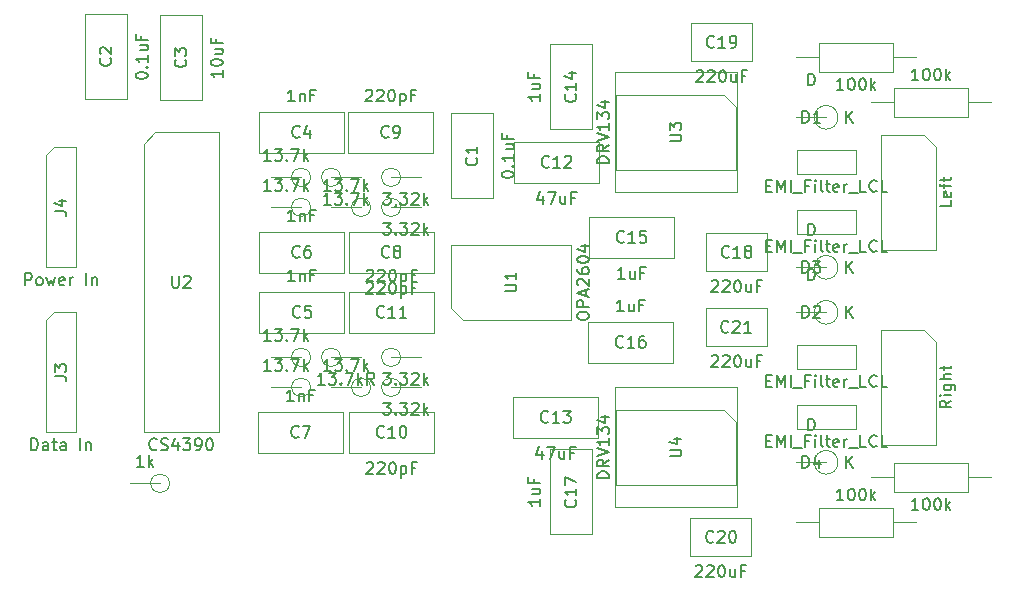
<source format=gbr>
G04 #@! TF.FileFunction,Other,Fab,Top*
%FSLAX46Y46*%
G04 Gerber Fmt 4.6, Leading zero omitted, Abs format (unit mm)*
G04 Created by KiCad (PCBNEW 4.0.7) date 03/28/18 16:01:48*
%MOMM*%
%LPD*%
G01*
G04 APERTURE LIST*
%ADD10C,0.100000*%
%ADD11C,0.150000*%
G04 APERTURE END LIST*
D10*
X139230000Y-106680000D02*
G75*
G03X139230000Y-106680000I-800000J0D01*
G01*
X138430000Y-106680000D02*
X135890000Y-106680000D01*
X146078000Y-90682000D02*
X149578000Y-90682000D01*
X149578000Y-90682000D02*
X149578000Y-83482000D01*
X149578000Y-83482000D02*
X146078000Y-83482000D01*
X146078000Y-83482000D02*
X146078000Y-90682000D01*
X115090000Y-82300000D02*
X118590000Y-82300000D01*
X118590000Y-82300000D02*
X118590000Y-75100000D01*
X118590000Y-75100000D02*
X115090000Y-75100000D01*
X115090000Y-75100000D02*
X115090000Y-82300000D01*
X121440000Y-82380000D02*
X124940000Y-82380000D01*
X124940000Y-82380000D02*
X124940000Y-75180000D01*
X124940000Y-75180000D02*
X121440000Y-75180000D01*
X121440000Y-75180000D02*
X121440000Y-82380000D01*
X136990000Y-86840000D02*
X136990000Y-83340000D01*
X136990000Y-83340000D02*
X129790000Y-83340000D01*
X129790000Y-83340000D02*
X129790000Y-86840000D01*
X129790000Y-86840000D02*
X136990000Y-86840000D01*
X136990000Y-102080000D02*
X136990000Y-98580000D01*
X136990000Y-98580000D02*
X129790000Y-98580000D01*
X129790000Y-98580000D02*
X129790000Y-102080000D01*
X129790000Y-102080000D02*
X136990000Y-102080000D01*
X136990000Y-97000000D02*
X136990000Y-93500000D01*
X136990000Y-93500000D02*
X129790000Y-93500000D01*
X129790000Y-93500000D02*
X129790000Y-97000000D01*
X129790000Y-97000000D02*
X136990000Y-97000000D01*
X136910000Y-112240000D02*
X136910000Y-108740000D01*
X136910000Y-108740000D02*
X129710000Y-108740000D01*
X129710000Y-108740000D02*
X129710000Y-112240000D01*
X129710000Y-112240000D02*
X136910000Y-112240000D01*
X137410000Y-93500000D02*
X137410000Y-97000000D01*
X137410000Y-97000000D02*
X144610000Y-97000000D01*
X144610000Y-97000000D02*
X144610000Y-93500000D01*
X144610000Y-93500000D02*
X137410000Y-93500000D01*
X144530000Y-86840000D02*
X144530000Y-83340000D01*
X144530000Y-83340000D02*
X137330000Y-83340000D01*
X137330000Y-83340000D02*
X137330000Y-86840000D01*
X137330000Y-86840000D02*
X144530000Y-86840000D01*
X137410000Y-108740000D02*
X137410000Y-112240000D01*
X137410000Y-112240000D02*
X144610000Y-112240000D01*
X144610000Y-112240000D02*
X144610000Y-108740000D01*
X144610000Y-108740000D02*
X137410000Y-108740000D01*
X144610000Y-102080000D02*
X144610000Y-98580000D01*
X144610000Y-98580000D02*
X137410000Y-98580000D01*
X137410000Y-98580000D02*
X137410000Y-102080000D01*
X137410000Y-102080000D02*
X144610000Y-102080000D01*
X151380000Y-85880000D02*
X151380000Y-89380000D01*
X151380000Y-89380000D02*
X158580000Y-89380000D01*
X158580000Y-89380000D02*
X158580000Y-85880000D01*
X158580000Y-85880000D02*
X151380000Y-85880000D01*
X151300000Y-107470000D02*
X151300000Y-110970000D01*
X151300000Y-110970000D02*
X158500000Y-110970000D01*
X158500000Y-110970000D02*
X158500000Y-107470000D01*
X158500000Y-107470000D02*
X151300000Y-107470000D01*
X157960000Y-77640000D02*
X154460000Y-77640000D01*
X154460000Y-77640000D02*
X154460000Y-84840000D01*
X154460000Y-84840000D02*
X157960000Y-84840000D01*
X157960000Y-84840000D02*
X157960000Y-77640000D01*
X157730000Y-92230000D02*
X157730000Y-95730000D01*
X157730000Y-95730000D02*
X164930000Y-95730000D01*
X164930000Y-95730000D02*
X164930000Y-92230000D01*
X164930000Y-92230000D02*
X157730000Y-92230000D01*
X164850000Y-104620000D02*
X164850000Y-101120000D01*
X164850000Y-101120000D02*
X157650000Y-101120000D01*
X157650000Y-101120000D02*
X157650000Y-104620000D01*
X157650000Y-104620000D02*
X164850000Y-104620000D01*
X157960000Y-111930000D02*
X154460000Y-111930000D01*
X154460000Y-111930000D02*
X154460000Y-119130000D01*
X154460000Y-119130000D02*
X157960000Y-119130000D01*
X157960000Y-119130000D02*
X157960000Y-111930000D01*
X167670000Y-93650000D02*
X167670000Y-96850000D01*
X167670000Y-96850000D02*
X172770000Y-96850000D01*
X172770000Y-96850000D02*
X172770000Y-93650000D01*
X172770000Y-93650000D02*
X167670000Y-93650000D01*
X166400000Y-75870000D02*
X166400000Y-79070000D01*
X166400000Y-79070000D02*
X171500000Y-79070000D01*
X171500000Y-79070000D02*
X171500000Y-75870000D01*
X171500000Y-75870000D02*
X166400000Y-75870000D01*
X166320000Y-117780000D02*
X166320000Y-120980000D01*
X166320000Y-120980000D02*
X171420000Y-120980000D01*
X171420000Y-120980000D02*
X171420000Y-117780000D01*
X171420000Y-117780000D02*
X166320000Y-117780000D01*
X167670000Y-100000000D02*
X167670000Y-103200000D01*
X167670000Y-103200000D02*
X172770000Y-103200000D01*
X172770000Y-103200000D02*
X172770000Y-100000000D01*
X172770000Y-100000000D02*
X167670000Y-100000000D01*
X177800000Y-83820000D02*
X175260000Y-83820000D01*
X178800000Y-83820000D02*
G75*
G03X178800000Y-83820000I-1000000J0D01*
G01*
X177800000Y-100330000D02*
X175260000Y-100330000D01*
X178800000Y-100330000D02*
G75*
G03X178800000Y-100330000I-1000000J0D01*
G01*
X177800000Y-96520000D02*
X175260000Y-96520000D01*
X178800000Y-96520000D02*
G75*
G03X178800000Y-96520000I-1000000J0D01*
G01*
X177800000Y-113030000D02*
X175260000Y-113030000D01*
X178800000Y-113030000D02*
G75*
G03X178800000Y-113030000I-1000000J0D01*
G01*
X175300000Y-91710000D02*
X175300000Y-93710000D01*
X175300000Y-93710000D02*
X180300000Y-93710000D01*
X180300000Y-93710000D02*
X180300000Y-91710000D01*
X180300000Y-91710000D02*
X175300000Y-91710000D01*
X175300000Y-86630000D02*
X175300000Y-88630000D01*
X175300000Y-88630000D02*
X180300000Y-88630000D01*
X180300000Y-88630000D02*
X180300000Y-86630000D01*
X180300000Y-86630000D02*
X175300000Y-86630000D01*
X175300000Y-108220000D02*
X175300000Y-110220000D01*
X175300000Y-110220000D02*
X180300000Y-110220000D01*
X180300000Y-110220000D02*
X180300000Y-108220000D01*
X180300000Y-108220000D02*
X175300000Y-108220000D01*
X175300000Y-103140000D02*
X175300000Y-105140000D01*
X175300000Y-105140000D02*
X180300000Y-105140000D01*
X180300000Y-105140000D02*
X180300000Y-103140000D01*
X180300000Y-103140000D02*
X175300000Y-103140000D01*
X112395000Y-100330000D02*
X114300000Y-100330000D01*
X114300000Y-100330000D02*
X114300000Y-110490000D01*
X114300000Y-110490000D02*
X111760000Y-110490000D01*
X111760000Y-110490000D02*
X111760000Y-100965000D01*
X111760000Y-100965000D02*
X112395000Y-100330000D01*
X112395000Y-86360000D02*
X114300000Y-86360000D01*
X114300000Y-86360000D02*
X114300000Y-96520000D01*
X114300000Y-96520000D02*
X111760000Y-96520000D01*
X111760000Y-96520000D02*
X111760000Y-86995000D01*
X111760000Y-86995000D02*
X112395000Y-86360000D01*
X182420000Y-85360000D02*
X182420000Y-95060000D01*
X186120000Y-85360000D02*
X182420000Y-85360000D01*
X187120000Y-86360000D02*
X186120000Y-85360000D01*
X187120000Y-95060000D02*
X187120000Y-86360000D01*
X182420000Y-95060000D02*
X187120000Y-95060000D01*
X182420000Y-101870000D02*
X182420000Y-111570000D01*
X186120000Y-101870000D02*
X182420000Y-101870000D01*
X187120000Y-102870000D02*
X186120000Y-101870000D01*
X187120000Y-111570000D02*
X187120000Y-102870000D01*
X182420000Y-111570000D02*
X187120000Y-111570000D01*
X122212000Y-114808000D02*
G75*
G03X122212000Y-114808000I-800000J0D01*
G01*
X121412000Y-114808000D02*
X118872000Y-114808000D01*
X134150000Y-91440000D02*
G75*
G03X134150000Y-91440000I-800000J0D01*
G01*
X133350000Y-91440000D02*
X130810000Y-91440000D01*
X134150000Y-88900000D02*
G75*
G03X134150000Y-88900000I-800000J0D01*
G01*
X133350000Y-88900000D02*
X130810000Y-88900000D01*
X134150000Y-106680000D02*
G75*
G03X134150000Y-106680000I-800000J0D01*
G01*
X133350000Y-106680000D02*
X130810000Y-106680000D01*
X134150000Y-104140000D02*
G75*
G03X134150000Y-104140000I-800000J0D01*
G01*
X133350000Y-104140000D02*
X130810000Y-104140000D01*
X139230000Y-91440000D02*
G75*
G03X139230000Y-91440000I-800000J0D01*
G01*
X138430000Y-91440000D02*
X135890000Y-91440000D01*
X136690000Y-88900000D02*
G75*
G03X136690000Y-88900000I-800000J0D01*
G01*
X135890000Y-88900000D02*
X138430000Y-88900000D01*
X136690000Y-104140000D02*
G75*
G03X136690000Y-104140000I-800000J0D01*
G01*
X135890000Y-104140000D02*
X138430000Y-104140000D01*
X141770000Y-91440000D02*
G75*
G03X141770000Y-91440000I-800000J0D01*
G01*
X140970000Y-91440000D02*
X143510000Y-91440000D01*
X141770000Y-88900000D02*
G75*
G03X141770000Y-88900000I-800000J0D01*
G01*
X140970000Y-88900000D02*
X143510000Y-88900000D01*
X141770000Y-106680000D02*
G75*
G03X141770000Y-106680000I-800000J0D01*
G01*
X140970000Y-106680000D02*
X143510000Y-106680000D01*
X141770000Y-104140000D02*
G75*
G03X141770000Y-104140000I-800000J0D01*
G01*
X140970000Y-104140000D02*
X143510000Y-104140000D01*
X177190000Y-77490000D02*
X177190000Y-79990000D01*
X177190000Y-79990000D02*
X183490000Y-79990000D01*
X183490000Y-79990000D02*
X183490000Y-77490000D01*
X183490000Y-77490000D02*
X177190000Y-77490000D01*
X175260000Y-78740000D02*
X177190000Y-78740000D01*
X185420000Y-78740000D02*
X183490000Y-78740000D01*
X189840000Y-83800000D02*
X189840000Y-81300000D01*
X189840000Y-81300000D02*
X183540000Y-81300000D01*
X183540000Y-81300000D02*
X183540000Y-83800000D01*
X183540000Y-83800000D02*
X189840000Y-83800000D01*
X191770000Y-82550000D02*
X189840000Y-82550000D01*
X181610000Y-82550000D02*
X183540000Y-82550000D01*
X183540000Y-113050000D02*
X183540000Y-115550000D01*
X183540000Y-115550000D02*
X189840000Y-115550000D01*
X189840000Y-115550000D02*
X189840000Y-113050000D01*
X189840000Y-113050000D02*
X183540000Y-113050000D01*
X181610000Y-114300000D02*
X183540000Y-114300000D01*
X191770000Y-114300000D02*
X189840000Y-114300000D01*
X183490000Y-119360000D02*
X183490000Y-116860000D01*
X183490000Y-116860000D02*
X177190000Y-116860000D01*
X177190000Y-116860000D02*
X177190000Y-119360000D01*
X177190000Y-119360000D02*
X183490000Y-119360000D01*
X185420000Y-118110000D02*
X183490000Y-118110000D01*
X175260000Y-118110000D02*
X177190000Y-118110000D01*
X146050000Y-99965000D02*
X146050000Y-94615000D01*
X146050000Y-94615000D02*
X156210000Y-94615000D01*
X156210000Y-94615000D02*
X156210000Y-100965000D01*
X156210000Y-100965000D02*
X147050000Y-100965000D01*
X147050000Y-100965000D02*
X146050000Y-99965000D01*
X121015000Y-85090000D02*
X126365000Y-85090000D01*
X126365000Y-85090000D02*
X126365000Y-110490000D01*
X126365000Y-110490000D02*
X120015000Y-110490000D01*
X120015000Y-110490000D02*
X120015000Y-86090000D01*
X120015000Y-86090000D02*
X121015000Y-85090000D01*
X170180000Y-82915000D02*
X170180000Y-88265000D01*
X170180000Y-88265000D02*
X160020000Y-88265000D01*
X160020000Y-88265000D02*
X160020000Y-81915000D01*
X160020000Y-81915000D02*
X169180000Y-81915000D01*
X169180000Y-81915000D02*
X170180000Y-82915000D01*
X170240000Y-80010000D02*
X159960000Y-80010000D01*
X159960000Y-80010000D02*
X159960000Y-90170000D01*
X159960000Y-90170000D02*
X170240000Y-90170000D01*
X170240000Y-90170000D02*
X170240000Y-80010000D01*
X170180000Y-109585000D02*
X170180000Y-114935000D01*
X170180000Y-114935000D02*
X160020000Y-114935000D01*
X160020000Y-114935000D02*
X160020000Y-108585000D01*
X160020000Y-108585000D02*
X169180000Y-108585000D01*
X169180000Y-108585000D02*
X170180000Y-109585000D01*
X170240000Y-106680000D02*
X159960000Y-106680000D01*
X159960000Y-106680000D02*
X159960000Y-116840000D01*
X159960000Y-116840000D02*
X170240000Y-116840000D01*
X170240000Y-116840000D02*
X170240000Y-106680000D01*
D11*
X135850477Y-105272381D02*
X135279048Y-105272381D01*
X135564762Y-105272381D02*
X135564762Y-104272381D01*
X135469524Y-104415238D01*
X135374286Y-104510476D01*
X135279048Y-104558095D01*
X136183810Y-104272381D02*
X136802858Y-104272381D01*
X136469524Y-104653333D01*
X136612382Y-104653333D01*
X136707620Y-104700952D01*
X136755239Y-104748571D01*
X136802858Y-104843810D01*
X136802858Y-105081905D01*
X136755239Y-105177143D01*
X136707620Y-105224762D01*
X136612382Y-105272381D01*
X136326667Y-105272381D01*
X136231429Y-105224762D01*
X136183810Y-105177143D01*
X137231429Y-105177143D02*
X137279048Y-105224762D01*
X137231429Y-105272381D01*
X137183810Y-105224762D01*
X137231429Y-105177143D01*
X137231429Y-105272381D01*
X137612381Y-104272381D02*
X138279048Y-104272381D01*
X137850476Y-105272381D01*
X138660000Y-105272381D02*
X138660000Y-104272381D01*
X138755238Y-104891429D02*
X139040953Y-105272381D01*
X139040953Y-104605714D02*
X138660000Y-104986667D01*
X150340381Y-88724857D02*
X150340381Y-88629618D01*
X150388000Y-88534380D01*
X150435619Y-88486761D01*
X150530857Y-88439142D01*
X150721333Y-88391523D01*
X150959429Y-88391523D01*
X151149905Y-88439142D01*
X151245143Y-88486761D01*
X151292762Y-88534380D01*
X151340381Y-88629618D01*
X151340381Y-88724857D01*
X151292762Y-88820095D01*
X151245143Y-88867714D01*
X151149905Y-88915333D01*
X150959429Y-88962952D01*
X150721333Y-88962952D01*
X150530857Y-88915333D01*
X150435619Y-88867714D01*
X150388000Y-88820095D01*
X150340381Y-88724857D01*
X151245143Y-87962952D02*
X151292762Y-87915333D01*
X151340381Y-87962952D01*
X151292762Y-88010571D01*
X151245143Y-87962952D01*
X151340381Y-87962952D01*
X151340381Y-86962952D02*
X151340381Y-87534381D01*
X151340381Y-87248667D02*
X150340381Y-87248667D01*
X150483238Y-87343905D01*
X150578476Y-87439143D01*
X150626095Y-87534381D01*
X150673714Y-86105809D02*
X151340381Y-86105809D01*
X150673714Y-86534381D02*
X151197524Y-86534381D01*
X151292762Y-86486762D01*
X151340381Y-86391524D01*
X151340381Y-86248666D01*
X151292762Y-86153428D01*
X151245143Y-86105809D01*
X150816571Y-85296285D02*
X150816571Y-85629619D01*
X151340381Y-85629619D02*
X150340381Y-85629619D01*
X150340381Y-85153428D01*
X148185143Y-87248666D02*
X148232762Y-87296285D01*
X148280381Y-87439142D01*
X148280381Y-87534380D01*
X148232762Y-87677238D01*
X148137524Y-87772476D01*
X148042286Y-87820095D01*
X147851810Y-87867714D01*
X147708952Y-87867714D01*
X147518476Y-87820095D01*
X147423238Y-87772476D01*
X147328000Y-87677238D01*
X147280381Y-87534380D01*
X147280381Y-87439142D01*
X147328000Y-87296285D01*
X147375619Y-87248666D01*
X148280381Y-86296285D02*
X148280381Y-86867714D01*
X148280381Y-86582000D02*
X147280381Y-86582000D01*
X147423238Y-86677238D01*
X147518476Y-86772476D01*
X147566095Y-86867714D01*
X119352381Y-80342857D02*
X119352381Y-80247618D01*
X119400000Y-80152380D01*
X119447619Y-80104761D01*
X119542857Y-80057142D01*
X119733333Y-80009523D01*
X119971429Y-80009523D01*
X120161905Y-80057142D01*
X120257143Y-80104761D01*
X120304762Y-80152380D01*
X120352381Y-80247618D01*
X120352381Y-80342857D01*
X120304762Y-80438095D01*
X120257143Y-80485714D01*
X120161905Y-80533333D01*
X119971429Y-80580952D01*
X119733333Y-80580952D01*
X119542857Y-80533333D01*
X119447619Y-80485714D01*
X119400000Y-80438095D01*
X119352381Y-80342857D01*
X120257143Y-79580952D02*
X120304762Y-79533333D01*
X120352381Y-79580952D01*
X120304762Y-79628571D01*
X120257143Y-79580952D01*
X120352381Y-79580952D01*
X120352381Y-78580952D02*
X120352381Y-79152381D01*
X120352381Y-78866667D02*
X119352381Y-78866667D01*
X119495238Y-78961905D01*
X119590476Y-79057143D01*
X119638095Y-79152381D01*
X119685714Y-77723809D02*
X120352381Y-77723809D01*
X119685714Y-78152381D02*
X120209524Y-78152381D01*
X120304762Y-78104762D01*
X120352381Y-78009524D01*
X120352381Y-77866666D01*
X120304762Y-77771428D01*
X120257143Y-77723809D01*
X119828571Y-76914285D02*
X119828571Y-77247619D01*
X120352381Y-77247619D02*
X119352381Y-77247619D01*
X119352381Y-76771428D01*
X117197143Y-78826666D02*
X117244762Y-78874285D01*
X117292381Y-79017142D01*
X117292381Y-79112380D01*
X117244762Y-79255238D01*
X117149524Y-79350476D01*
X117054286Y-79398095D01*
X116863810Y-79445714D01*
X116720952Y-79445714D01*
X116530476Y-79398095D01*
X116435238Y-79350476D01*
X116340000Y-79255238D01*
X116292381Y-79112380D01*
X116292381Y-79017142D01*
X116340000Y-78874285D01*
X116387619Y-78826666D01*
X116387619Y-78445714D02*
X116340000Y-78398095D01*
X116292381Y-78302857D01*
X116292381Y-78064761D01*
X116340000Y-77969523D01*
X116387619Y-77921904D01*
X116482857Y-77874285D01*
X116578095Y-77874285D01*
X116720952Y-77921904D01*
X117292381Y-78493333D01*
X117292381Y-77874285D01*
X126702381Y-79851428D02*
X126702381Y-80422857D01*
X126702381Y-80137143D02*
X125702381Y-80137143D01*
X125845238Y-80232381D01*
X125940476Y-80327619D01*
X125988095Y-80422857D01*
X125702381Y-79232381D02*
X125702381Y-79137142D01*
X125750000Y-79041904D01*
X125797619Y-78994285D01*
X125892857Y-78946666D01*
X126083333Y-78899047D01*
X126321429Y-78899047D01*
X126511905Y-78946666D01*
X126607143Y-78994285D01*
X126654762Y-79041904D01*
X126702381Y-79137142D01*
X126702381Y-79232381D01*
X126654762Y-79327619D01*
X126607143Y-79375238D01*
X126511905Y-79422857D01*
X126321429Y-79470476D01*
X126083333Y-79470476D01*
X125892857Y-79422857D01*
X125797619Y-79375238D01*
X125750000Y-79327619D01*
X125702381Y-79232381D01*
X126035714Y-78041904D02*
X126702381Y-78041904D01*
X126035714Y-78470476D02*
X126559524Y-78470476D01*
X126654762Y-78422857D01*
X126702381Y-78327619D01*
X126702381Y-78184761D01*
X126654762Y-78089523D01*
X126607143Y-78041904D01*
X126178571Y-77232380D02*
X126178571Y-77565714D01*
X126702381Y-77565714D02*
X125702381Y-77565714D01*
X125702381Y-77089523D01*
X123547143Y-78946666D02*
X123594762Y-78994285D01*
X123642381Y-79137142D01*
X123642381Y-79232380D01*
X123594762Y-79375238D01*
X123499524Y-79470476D01*
X123404286Y-79518095D01*
X123213810Y-79565714D01*
X123070952Y-79565714D01*
X122880476Y-79518095D01*
X122785238Y-79470476D01*
X122690000Y-79375238D01*
X122642381Y-79232380D01*
X122642381Y-79137142D01*
X122690000Y-78994285D01*
X122737619Y-78946666D01*
X122642381Y-78613333D02*
X122642381Y-77994285D01*
X123023333Y-78327619D01*
X123023333Y-78184761D01*
X123070952Y-78089523D01*
X123118571Y-78041904D01*
X123213810Y-77994285D01*
X123451905Y-77994285D01*
X123547143Y-78041904D01*
X123594762Y-78089523D01*
X123642381Y-78184761D01*
X123642381Y-78470476D01*
X123594762Y-78565714D01*
X123547143Y-78613333D01*
X132794762Y-82482381D02*
X132223333Y-82482381D01*
X132509047Y-82482381D02*
X132509047Y-81482381D01*
X132413809Y-81625238D01*
X132318571Y-81720476D01*
X132223333Y-81768095D01*
X133223333Y-81815714D02*
X133223333Y-82482381D01*
X133223333Y-81910952D02*
X133270952Y-81863333D01*
X133366190Y-81815714D01*
X133509048Y-81815714D01*
X133604286Y-81863333D01*
X133651905Y-81958571D01*
X133651905Y-82482381D01*
X134461429Y-81958571D02*
X134128095Y-81958571D01*
X134128095Y-82482381D02*
X134128095Y-81482381D01*
X134604286Y-81482381D01*
X133223334Y-85447143D02*
X133175715Y-85494762D01*
X133032858Y-85542381D01*
X132937620Y-85542381D01*
X132794762Y-85494762D01*
X132699524Y-85399524D01*
X132651905Y-85304286D01*
X132604286Y-85113810D01*
X132604286Y-84970952D01*
X132651905Y-84780476D01*
X132699524Y-84685238D01*
X132794762Y-84590000D01*
X132937620Y-84542381D01*
X133032858Y-84542381D01*
X133175715Y-84590000D01*
X133223334Y-84637619D01*
X134080477Y-84875714D02*
X134080477Y-85542381D01*
X133842381Y-84494762D02*
X133604286Y-85209048D01*
X134223334Y-85209048D01*
X132794762Y-97722381D02*
X132223333Y-97722381D01*
X132509047Y-97722381D02*
X132509047Y-96722381D01*
X132413809Y-96865238D01*
X132318571Y-96960476D01*
X132223333Y-97008095D01*
X133223333Y-97055714D02*
X133223333Y-97722381D01*
X133223333Y-97150952D02*
X133270952Y-97103333D01*
X133366190Y-97055714D01*
X133509048Y-97055714D01*
X133604286Y-97103333D01*
X133651905Y-97198571D01*
X133651905Y-97722381D01*
X134461429Y-97198571D02*
X134128095Y-97198571D01*
X134128095Y-97722381D02*
X134128095Y-96722381D01*
X134604286Y-96722381D01*
X133263334Y-100687143D02*
X133215715Y-100734762D01*
X133072858Y-100782381D01*
X132977620Y-100782381D01*
X132834762Y-100734762D01*
X132739524Y-100639524D01*
X132691905Y-100544286D01*
X132644286Y-100353810D01*
X132644286Y-100210952D01*
X132691905Y-100020476D01*
X132739524Y-99925238D01*
X132834762Y-99830000D01*
X132977620Y-99782381D01*
X133072858Y-99782381D01*
X133215715Y-99830000D01*
X133263334Y-99877619D01*
X134168096Y-99782381D02*
X133691905Y-99782381D01*
X133644286Y-100258571D01*
X133691905Y-100210952D01*
X133787143Y-100163333D01*
X134025239Y-100163333D01*
X134120477Y-100210952D01*
X134168096Y-100258571D01*
X134215715Y-100353810D01*
X134215715Y-100591905D01*
X134168096Y-100687143D01*
X134120477Y-100734762D01*
X134025239Y-100782381D01*
X133787143Y-100782381D01*
X133691905Y-100734762D01*
X133644286Y-100687143D01*
X132794762Y-92642381D02*
X132223333Y-92642381D01*
X132509047Y-92642381D02*
X132509047Y-91642381D01*
X132413809Y-91785238D01*
X132318571Y-91880476D01*
X132223333Y-91928095D01*
X133223333Y-91975714D02*
X133223333Y-92642381D01*
X133223333Y-92070952D02*
X133270952Y-92023333D01*
X133366190Y-91975714D01*
X133509048Y-91975714D01*
X133604286Y-92023333D01*
X133651905Y-92118571D01*
X133651905Y-92642381D01*
X134461429Y-92118571D02*
X134128095Y-92118571D01*
X134128095Y-92642381D02*
X134128095Y-91642381D01*
X134604286Y-91642381D01*
X133223334Y-95607143D02*
X133175715Y-95654762D01*
X133032858Y-95702381D01*
X132937620Y-95702381D01*
X132794762Y-95654762D01*
X132699524Y-95559524D01*
X132651905Y-95464286D01*
X132604286Y-95273810D01*
X132604286Y-95130952D01*
X132651905Y-94940476D01*
X132699524Y-94845238D01*
X132794762Y-94750000D01*
X132937620Y-94702381D01*
X133032858Y-94702381D01*
X133175715Y-94750000D01*
X133223334Y-94797619D01*
X134080477Y-94702381D02*
X133890000Y-94702381D01*
X133794762Y-94750000D01*
X133747143Y-94797619D01*
X133651905Y-94940476D01*
X133604286Y-95130952D01*
X133604286Y-95511905D01*
X133651905Y-95607143D01*
X133699524Y-95654762D01*
X133794762Y-95702381D01*
X133985239Y-95702381D01*
X134080477Y-95654762D01*
X134128096Y-95607143D01*
X134175715Y-95511905D01*
X134175715Y-95273810D01*
X134128096Y-95178571D01*
X134080477Y-95130952D01*
X133985239Y-95083333D01*
X133794762Y-95083333D01*
X133699524Y-95130952D01*
X133651905Y-95178571D01*
X133604286Y-95273810D01*
X132714762Y-107882381D02*
X132143333Y-107882381D01*
X132429047Y-107882381D02*
X132429047Y-106882381D01*
X132333809Y-107025238D01*
X132238571Y-107120476D01*
X132143333Y-107168095D01*
X133143333Y-107215714D02*
X133143333Y-107882381D01*
X133143333Y-107310952D02*
X133190952Y-107263333D01*
X133286190Y-107215714D01*
X133429048Y-107215714D01*
X133524286Y-107263333D01*
X133571905Y-107358571D01*
X133571905Y-107882381D01*
X134381429Y-107358571D02*
X134048095Y-107358571D01*
X134048095Y-107882381D02*
X134048095Y-106882381D01*
X134524286Y-106882381D01*
X133143334Y-110847143D02*
X133095715Y-110894762D01*
X132952858Y-110942381D01*
X132857620Y-110942381D01*
X132714762Y-110894762D01*
X132619524Y-110799524D01*
X132571905Y-110704286D01*
X132524286Y-110513810D01*
X132524286Y-110370952D01*
X132571905Y-110180476D01*
X132619524Y-110085238D01*
X132714762Y-109990000D01*
X132857620Y-109942381D01*
X132952858Y-109942381D01*
X133095715Y-109990000D01*
X133143334Y-110037619D01*
X133476667Y-109942381D02*
X134143334Y-109942381D01*
X133714762Y-110942381D01*
X138890952Y-97857619D02*
X138938571Y-97810000D01*
X139033809Y-97762381D01*
X139271905Y-97762381D01*
X139367143Y-97810000D01*
X139414762Y-97857619D01*
X139462381Y-97952857D01*
X139462381Y-98048095D01*
X139414762Y-98190952D01*
X138843333Y-98762381D01*
X139462381Y-98762381D01*
X139843333Y-97857619D02*
X139890952Y-97810000D01*
X139986190Y-97762381D01*
X140224286Y-97762381D01*
X140319524Y-97810000D01*
X140367143Y-97857619D01*
X140414762Y-97952857D01*
X140414762Y-98048095D01*
X140367143Y-98190952D01*
X139795714Y-98762381D01*
X140414762Y-98762381D01*
X141033809Y-97762381D02*
X141129048Y-97762381D01*
X141224286Y-97810000D01*
X141271905Y-97857619D01*
X141319524Y-97952857D01*
X141367143Y-98143333D01*
X141367143Y-98381429D01*
X141319524Y-98571905D01*
X141271905Y-98667143D01*
X141224286Y-98714762D01*
X141129048Y-98762381D01*
X141033809Y-98762381D01*
X140938571Y-98714762D01*
X140890952Y-98667143D01*
X140843333Y-98571905D01*
X140795714Y-98381429D01*
X140795714Y-98143333D01*
X140843333Y-97952857D01*
X140890952Y-97857619D01*
X140938571Y-97810000D01*
X141033809Y-97762381D01*
X141795714Y-98095714D02*
X141795714Y-99095714D01*
X141795714Y-98143333D02*
X141890952Y-98095714D01*
X142081429Y-98095714D01*
X142176667Y-98143333D01*
X142224286Y-98190952D01*
X142271905Y-98286190D01*
X142271905Y-98571905D01*
X142224286Y-98667143D01*
X142176667Y-98714762D01*
X142081429Y-98762381D01*
X141890952Y-98762381D01*
X141795714Y-98714762D01*
X143033810Y-98238571D02*
X142700476Y-98238571D01*
X142700476Y-98762381D02*
X142700476Y-97762381D01*
X143176667Y-97762381D01*
X140803334Y-95607143D02*
X140755715Y-95654762D01*
X140612858Y-95702381D01*
X140517620Y-95702381D01*
X140374762Y-95654762D01*
X140279524Y-95559524D01*
X140231905Y-95464286D01*
X140184286Y-95273810D01*
X140184286Y-95130952D01*
X140231905Y-94940476D01*
X140279524Y-94845238D01*
X140374762Y-94750000D01*
X140517620Y-94702381D01*
X140612858Y-94702381D01*
X140755715Y-94750000D01*
X140803334Y-94797619D01*
X141374762Y-95130952D02*
X141279524Y-95083333D01*
X141231905Y-95035714D01*
X141184286Y-94940476D01*
X141184286Y-94892857D01*
X141231905Y-94797619D01*
X141279524Y-94750000D01*
X141374762Y-94702381D01*
X141565239Y-94702381D01*
X141660477Y-94750000D01*
X141708096Y-94797619D01*
X141755715Y-94892857D01*
X141755715Y-94940476D01*
X141708096Y-95035714D01*
X141660477Y-95083333D01*
X141565239Y-95130952D01*
X141374762Y-95130952D01*
X141279524Y-95178571D01*
X141231905Y-95226190D01*
X141184286Y-95321429D01*
X141184286Y-95511905D01*
X141231905Y-95607143D01*
X141279524Y-95654762D01*
X141374762Y-95702381D01*
X141565239Y-95702381D01*
X141660477Y-95654762D01*
X141708096Y-95607143D01*
X141755715Y-95511905D01*
X141755715Y-95321429D01*
X141708096Y-95226190D01*
X141660477Y-95178571D01*
X141565239Y-95130952D01*
X138810952Y-81577619D02*
X138858571Y-81530000D01*
X138953809Y-81482381D01*
X139191905Y-81482381D01*
X139287143Y-81530000D01*
X139334762Y-81577619D01*
X139382381Y-81672857D01*
X139382381Y-81768095D01*
X139334762Y-81910952D01*
X138763333Y-82482381D01*
X139382381Y-82482381D01*
X139763333Y-81577619D02*
X139810952Y-81530000D01*
X139906190Y-81482381D01*
X140144286Y-81482381D01*
X140239524Y-81530000D01*
X140287143Y-81577619D01*
X140334762Y-81672857D01*
X140334762Y-81768095D01*
X140287143Y-81910952D01*
X139715714Y-82482381D01*
X140334762Y-82482381D01*
X140953809Y-81482381D02*
X141049048Y-81482381D01*
X141144286Y-81530000D01*
X141191905Y-81577619D01*
X141239524Y-81672857D01*
X141287143Y-81863333D01*
X141287143Y-82101429D01*
X141239524Y-82291905D01*
X141191905Y-82387143D01*
X141144286Y-82434762D01*
X141049048Y-82482381D01*
X140953809Y-82482381D01*
X140858571Y-82434762D01*
X140810952Y-82387143D01*
X140763333Y-82291905D01*
X140715714Y-82101429D01*
X140715714Y-81863333D01*
X140763333Y-81672857D01*
X140810952Y-81577619D01*
X140858571Y-81530000D01*
X140953809Y-81482381D01*
X141715714Y-81815714D02*
X141715714Y-82815714D01*
X141715714Y-81863333D02*
X141810952Y-81815714D01*
X142001429Y-81815714D01*
X142096667Y-81863333D01*
X142144286Y-81910952D01*
X142191905Y-82006190D01*
X142191905Y-82291905D01*
X142144286Y-82387143D01*
X142096667Y-82434762D01*
X142001429Y-82482381D01*
X141810952Y-82482381D01*
X141715714Y-82434762D01*
X142953810Y-81958571D02*
X142620476Y-81958571D01*
X142620476Y-82482381D02*
X142620476Y-81482381D01*
X143096667Y-81482381D01*
X140763334Y-85447143D02*
X140715715Y-85494762D01*
X140572858Y-85542381D01*
X140477620Y-85542381D01*
X140334762Y-85494762D01*
X140239524Y-85399524D01*
X140191905Y-85304286D01*
X140144286Y-85113810D01*
X140144286Y-84970952D01*
X140191905Y-84780476D01*
X140239524Y-84685238D01*
X140334762Y-84590000D01*
X140477620Y-84542381D01*
X140572858Y-84542381D01*
X140715715Y-84590000D01*
X140763334Y-84637619D01*
X141239524Y-85542381D02*
X141430000Y-85542381D01*
X141525239Y-85494762D01*
X141572858Y-85447143D01*
X141668096Y-85304286D01*
X141715715Y-85113810D01*
X141715715Y-84732857D01*
X141668096Y-84637619D01*
X141620477Y-84590000D01*
X141525239Y-84542381D01*
X141334762Y-84542381D01*
X141239524Y-84590000D01*
X141191905Y-84637619D01*
X141144286Y-84732857D01*
X141144286Y-84970952D01*
X141191905Y-85066190D01*
X141239524Y-85113810D01*
X141334762Y-85161429D01*
X141525239Y-85161429D01*
X141620477Y-85113810D01*
X141668096Y-85066190D01*
X141715715Y-84970952D01*
X138890952Y-113097619D02*
X138938571Y-113050000D01*
X139033809Y-113002381D01*
X139271905Y-113002381D01*
X139367143Y-113050000D01*
X139414762Y-113097619D01*
X139462381Y-113192857D01*
X139462381Y-113288095D01*
X139414762Y-113430952D01*
X138843333Y-114002381D01*
X139462381Y-114002381D01*
X139843333Y-113097619D02*
X139890952Y-113050000D01*
X139986190Y-113002381D01*
X140224286Y-113002381D01*
X140319524Y-113050000D01*
X140367143Y-113097619D01*
X140414762Y-113192857D01*
X140414762Y-113288095D01*
X140367143Y-113430952D01*
X139795714Y-114002381D01*
X140414762Y-114002381D01*
X141033809Y-113002381D02*
X141129048Y-113002381D01*
X141224286Y-113050000D01*
X141271905Y-113097619D01*
X141319524Y-113192857D01*
X141367143Y-113383333D01*
X141367143Y-113621429D01*
X141319524Y-113811905D01*
X141271905Y-113907143D01*
X141224286Y-113954762D01*
X141129048Y-114002381D01*
X141033809Y-114002381D01*
X140938571Y-113954762D01*
X140890952Y-113907143D01*
X140843333Y-113811905D01*
X140795714Y-113621429D01*
X140795714Y-113383333D01*
X140843333Y-113192857D01*
X140890952Y-113097619D01*
X140938571Y-113050000D01*
X141033809Y-113002381D01*
X141795714Y-113335714D02*
X141795714Y-114335714D01*
X141795714Y-113383333D02*
X141890952Y-113335714D01*
X142081429Y-113335714D01*
X142176667Y-113383333D01*
X142224286Y-113430952D01*
X142271905Y-113526190D01*
X142271905Y-113811905D01*
X142224286Y-113907143D01*
X142176667Y-113954762D01*
X142081429Y-114002381D01*
X141890952Y-114002381D01*
X141795714Y-113954762D01*
X143033810Y-113478571D02*
X142700476Y-113478571D01*
X142700476Y-114002381D02*
X142700476Y-113002381D01*
X143176667Y-113002381D01*
X140367143Y-110847143D02*
X140319524Y-110894762D01*
X140176667Y-110942381D01*
X140081429Y-110942381D01*
X139938571Y-110894762D01*
X139843333Y-110799524D01*
X139795714Y-110704286D01*
X139748095Y-110513810D01*
X139748095Y-110370952D01*
X139795714Y-110180476D01*
X139843333Y-110085238D01*
X139938571Y-109990000D01*
X140081429Y-109942381D01*
X140176667Y-109942381D01*
X140319524Y-109990000D01*
X140367143Y-110037619D01*
X141319524Y-110942381D02*
X140748095Y-110942381D01*
X141033809Y-110942381D02*
X141033809Y-109942381D01*
X140938571Y-110085238D01*
X140843333Y-110180476D01*
X140748095Y-110228095D01*
X141938571Y-109942381D02*
X142033810Y-109942381D01*
X142129048Y-109990000D01*
X142176667Y-110037619D01*
X142224286Y-110132857D01*
X142271905Y-110323333D01*
X142271905Y-110561429D01*
X142224286Y-110751905D01*
X142176667Y-110847143D01*
X142129048Y-110894762D01*
X142033810Y-110942381D01*
X141938571Y-110942381D01*
X141843333Y-110894762D01*
X141795714Y-110847143D01*
X141748095Y-110751905D01*
X141700476Y-110561429D01*
X141700476Y-110323333D01*
X141748095Y-110132857D01*
X141795714Y-110037619D01*
X141843333Y-109990000D01*
X141938571Y-109942381D01*
X138890952Y-96817619D02*
X138938571Y-96770000D01*
X139033809Y-96722381D01*
X139271905Y-96722381D01*
X139367143Y-96770000D01*
X139414762Y-96817619D01*
X139462381Y-96912857D01*
X139462381Y-97008095D01*
X139414762Y-97150952D01*
X138843333Y-97722381D01*
X139462381Y-97722381D01*
X139843333Y-96817619D02*
X139890952Y-96770000D01*
X139986190Y-96722381D01*
X140224286Y-96722381D01*
X140319524Y-96770000D01*
X140367143Y-96817619D01*
X140414762Y-96912857D01*
X140414762Y-97008095D01*
X140367143Y-97150952D01*
X139795714Y-97722381D01*
X140414762Y-97722381D01*
X141033809Y-96722381D02*
X141129048Y-96722381D01*
X141224286Y-96770000D01*
X141271905Y-96817619D01*
X141319524Y-96912857D01*
X141367143Y-97103333D01*
X141367143Y-97341429D01*
X141319524Y-97531905D01*
X141271905Y-97627143D01*
X141224286Y-97674762D01*
X141129048Y-97722381D01*
X141033809Y-97722381D01*
X140938571Y-97674762D01*
X140890952Y-97627143D01*
X140843333Y-97531905D01*
X140795714Y-97341429D01*
X140795714Y-97103333D01*
X140843333Y-96912857D01*
X140890952Y-96817619D01*
X140938571Y-96770000D01*
X141033809Y-96722381D01*
X141795714Y-97055714D02*
X141795714Y-98055714D01*
X141795714Y-97103333D02*
X141890952Y-97055714D01*
X142081429Y-97055714D01*
X142176667Y-97103333D01*
X142224286Y-97150952D01*
X142271905Y-97246190D01*
X142271905Y-97531905D01*
X142224286Y-97627143D01*
X142176667Y-97674762D01*
X142081429Y-97722381D01*
X141890952Y-97722381D01*
X141795714Y-97674762D01*
X143033810Y-97198571D02*
X142700476Y-97198571D01*
X142700476Y-97722381D02*
X142700476Y-96722381D01*
X143176667Y-96722381D01*
X140367143Y-100687143D02*
X140319524Y-100734762D01*
X140176667Y-100782381D01*
X140081429Y-100782381D01*
X139938571Y-100734762D01*
X139843333Y-100639524D01*
X139795714Y-100544286D01*
X139748095Y-100353810D01*
X139748095Y-100210952D01*
X139795714Y-100020476D01*
X139843333Y-99925238D01*
X139938571Y-99830000D01*
X140081429Y-99782381D01*
X140176667Y-99782381D01*
X140319524Y-99830000D01*
X140367143Y-99877619D01*
X141319524Y-100782381D02*
X140748095Y-100782381D01*
X141033809Y-100782381D02*
X141033809Y-99782381D01*
X140938571Y-99925238D01*
X140843333Y-100020476D01*
X140748095Y-100068095D01*
X142271905Y-100782381D02*
X141700476Y-100782381D01*
X141986190Y-100782381D02*
X141986190Y-99782381D01*
X141890952Y-99925238D01*
X141795714Y-100020476D01*
X141700476Y-100068095D01*
X153813334Y-90475714D02*
X153813334Y-91142381D01*
X153575238Y-90094762D02*
X153337143Y-90809048D01*
X153956191Y-90809048D01*
X154241905Y-90142381D02*
X154908572Y-90142381D01*
X154480000Y-91142381D01*
X155718096Y-90475714D02*
X155718096Y-91142381D01*
X155289524Y-90475714D02*
X155289524Y-90999524D01*
X155337143Y-91094762D01*
X155432381Y-91142381D01*
X155575239Y-91142381D01*
X155670477Y-91094762D01*
X155718096Y-91047143D01*
X156527620Y-90618571D02*
X156194286Y-90618571D01*
X156194286Y-91142381D02*
X156194286Y-90142381D01*
X156670477Y-90142381D01*
X154337143Y-87987143D02*
X154289524Y-88034762D01*
X154146667Y-88082381D01*
X154051429Y-88082381D01*
X153908571Y-88034762D01*
X153813333Y-87939524D01*
X153765714Y-87844286D01*
X153718095Y-87653810D01*
X153718095Y-87510952D01*
X153765714Y-87320476D01*
X153813333Y-87225238D01*
X153908571Y-87130000D01*
X154051429Y-87082381D01*
X154146667Y-87082381D01*
X154289524Y-87130000D01*
X154337143Y-87177619D01*
X155289524Y-88082381D02*
X154718095Y-88082381D01*
X155003809Y-88082381D02*
X155003809Y-87082381D01*
X154908571Y-87225238D01*
X154813333Y-87320476D01*
X154718095Y-87368095D01*
X155670476Y-87177619D02*
X155718095Y-87130000D01*
X155813333Y-87082381D01*
X156051429Y-87082381D01*
X156146667Y-87130000D01*
X156194286Y-87177619D01*
X156241905Y-87272857D01*
X156241905Y-87368095D01*
X156194286Y-87510952D01*
X155622857Y-88082381D01*
X156241905Y-88082381D01*
X153733334Y-112065714D02*
X153733334Y-112732381D01*
X153495238Y-111684762D02*
X153257143Y-112399048D01*
X153876191Y-112399048D01*
X154161905Y-111732381D02*
X154828572Y-111732381D01*
X154400000Y-112732381D01*
X155638096Y-112065714D02*
X155638096Y-112732381D01*
X155209524Y-112065714D02*
X155209524Y-112589524D01*
X155257143Y-112684762D01*
X155352381Y-112732381D01*
X155495239Y-112732381D01*
X155590477Y-112684762D01*
X155638096Y-112637143D01*
X156447620Y-112208571D02*
X156114286Y-112208571D01*
X156114286Y-112732381D02*
X156114286Y-111732381D01*
X156590477Y-111732381D01*
X154257143Y-109577143D02*
X154209524Y-109624762D01*
X154066667Y-109672381D01*
X153971429Y-109672381D01*
X153828571Y-109624762D01*
X153733333Y-109529524D01*
X153685714Y-109434286D01*
X153638095Y-109243810D01*
X153638095Y-109100952D01*
X153685714Y-108910476D01*
X153733333Y-108815238D01*
X153828571Y-108720000D01*
X153971429Y-108672381D01*
X154066667Y-108672381D01*
X154209524Y-108720000D01*
X154257143Y-108767619D01*
X155209524Y-109672381D02*
X154638095Y-109672381D01*
X154923809Y-109672381D02*
X154923809Y-108672381D01*
X154828571Y-108815238D01*
X154733333Y-108910476D01*
X154638095Y-108958095D01*
X155542857Y-108672381D02*
X156161905Y-108672381D01*
X155828571Y-109053333D01*
X155971429Y-109053333D01*
X156066667Y-109100952D01*
X156114286Y-109148571D01*
X156161905Y-109243810D01*
X156161905Y-109481905D01*
X156114286Y-109577143D01*
X156066667Y-109624762D01*
X155971429Y-109672381D01*
X155685714Y-109672381D01*
X155590476Y-109624762D01*
X155542857Y-109577143D01*
X153602381Y-81835238D02*
X153602381Y-82406667D01*
X153602381Y-82120953D02*
X152602381Y-82120953D01*
X152745238Y-82216191D01*
X152840476Y-82311429D01*
X152888095Y-82406667D01*
X152935714Y-80978095D02*
X153602381Y-80978095D01*
X152935714Y-81406667D02*
X153459524Y-81406667D01*
X153554762Y-81359048D01*
X153602381Y-81263810D01*
X153602381Y-81120952D01*
X153554762Y-81025714D01*
X153507143Y-80978095D01*
X153078571Y-80168571D02*
X153078571Y-80501905D01*
X153602381Y-80501905D02*
X152602381Y-80501905D01*
X152602381Y-80025714D01*
X156567143Y-81882857D02*
X156614762Y-81930476D01*
X156662381Y-82073333D01*
X156662381Y-82168571D01*
X156614762Y-82311429D01*
X156519524Y-82406667D01*
X156424286Y-82454286D01*
X156233810Y-82501905D01*
X156090952Y-82501905D01*
X155900476Y-82454286D01*
X155805238Y-82406667D01*
X155710000Y-82311429D01*
X155662381Y-82168571D01*
X155662381Y-82073333D01*
X155710000Y-81930476D01*
X155757619Y-81882857D01*
X156662381Y-80930476D02*
X156662381Y-81501905D01*
X156662381Y-81216191D02*
X155662381Y-81216191D01*
X155805238Y-81311429D01*
X155900476Y-81406667D01*
X155948095Y-81501905D01*
X155995714Y-80073333D02*
X156662381Y-80073333D01*
X155614762Y-80311429D02*
X156329048Y-80549524D01*
X156329048Y-79930476D01*
X160734762Y-97492381D02*
X160163333Y-97492381D01*
X160449047Y-97492381D02*
X160449047Y-96492381D01*
X160353809Y-96635238D01*
X160258571Y-96730476D01*
X160163333Y-96778095D01*
X161591905Y-96825714D02*
X161591905Y-97492381D01*
X161163333Y-96825714D02*
X161163333Y-97349524D01*
X161210952Y-97444762D01*
X161306190Y-97492381D01*
X161449048Y-97492381D01*
X161544286Y-97444762D01*
X161591905Y-97397143D01*
X162401429Y-96968571D02*
X162068095Y-96968571D01*
X162068095Y-97492381D02*
X162068095Y-96492381D01*
X162544286Y-96492381D01*
X160687143Y-94337143D02*
X160639524Y-94384762D01*
X160496667Y-94432381D01*
X160401429Y-94432381D01*
X160258571Y-94384762D01*
X160163333Y-94289524D01*
X160115714Y-94194286D01*
X160068095Y-94003810D01*
X160068095Y-93860952D01*
X160115714Y-93670476D01*
X160163333Y-93575238D01*
X160258571Y-93480000D01*
X160401429Y-93432381D01*
X160496667Y-93432381D01*
X160639524Y-93480000D01*
X160687143Y-93527619D01*
X161639524Y-94432381D02*
X161068095Y-94432381D01*
X161353809Y-94432381D02*
X161353809Y-93432381D01*
X161258571Y-93575238D01*
X161163333Y-93670476D01*
X161068095Y-93718095D01*
X162544286Y-93432381D02*
X162068095Y-93432381D01*
X162020476Y-93908571D01*
X162068095Y-93860952D01*
X162163333Y-93813333D01*
X162401429Y-93813333D01*
X162496667Y-93860952D01*
X162544286Y-93908571D01*
X162591905Y-94003810D01*
X162591905Y-94241905D01*
X162544286Y-94337143D01*
X162496667Y-94384762D01*
X162401429Y-94432381D01*
X162163333Y-94432381D01*
X162068095Y-94384762D01*
X162020476Y-94337143D01*
X160654762Y-100262381D02*
X160083333Y-100262381D01*
X160369047Y-100262381D02*
X160369047Y-99262381D01*
X160273809Y-99405238D01*
X160178571Y-99500476D01*
X160083333Y-99548095D01*
X161511905Y-99595714D02*
X161511905Y-100262381D01*
X161083333Y-99595714D02*
X161083333Y-100119524D01*
X161130952Y-100214762D01*
X161226190Y-100262381D01*
X161369048Y-100262381D01*
X161464286Y-100214762D01*
X161511905Y-100167143D01*
X162321429Y-99738571D02*
X161988095Y-99738571D01*
X161988095Y-100262381D02*
X161988095Y-99262381D01*
X162464286Y-99262381D01*
X160607143Y-103227143D02*
X160559524Y-103274762D01*
X160416667Y-103322381D01*
X160321429Y-103322381D01*
X160178571Y-103274762D01*
X160083333Y-103179524D01*
X160035714Y-103084286D01*
X159988095Y-102893810D01*
X159988095Y-102750952D01*
X160035714Y-102560476D01*
X160083333Y-102465238D01*
X160178571Y-102370000D01*
X160321429Y-102322381D01*
X160416667Y-102322381D01*
X160559524Y-102370000D01*
X160607143Y-102417619D01*
X161559524Y-103322381D02*
X160988095Y-103322381D01*
X161273809Y-103322381D02*
X161273809Y-102322381D01*
X161178571Y-102465238D01*
X161083333Y-102560476D01*
X160988095Y-102608095D01*
X162416667Y-102322381D02*
X162226190Y-102322381D01*
X162130952Y-102370000D01*
X162083333Y-102417619D01*
X161988095Y-102560476D01*
X161940476Y-102750952D01*
X161940476Y-103131905D01*
X161988095Y-103227143D01*
X162035714Y-103274762D01*
X162130952Y-103322381D01*
X162321429Y-103322381D01*
X162416667Y-103274762D01*
X162464286Y-103227143D01*
X162511905Y-103131905D01*
X162511905Y-102893810D01*
X162464286Y-102798571D01*
X162416667Y-102750952D01*
X162321429Y-102703333D01*
X162130952Y-102703333D01*
X162035714Y-102750952D01*
X161988095Y-102798571D01*
X161940476Y-102893810D01*
X153602381Y-116125238D02*
X153602381Y-116696667D01*
X153602381Y-116410953D02*
X152602381Y-116410953D01*
X152745238Y-116506191D01*
X152840476Y-116601429D01*
X152888095Y-116696667D01*
X152935714Y-115268095D02*
X153602381Y-115268095D01*
X152935714Y-115696667D02*
X153459524Y-115696667D01*
X153554762Y-115649048D01*
X153602381Y-115553810D01*
X153602381Y-115410952D01*
X153554762Y-115315714D01*
X153507143Y-115268095D01*
X153078571Y-114458571D02*
X153078571Y-114791905D01*
X153602381Y-114791905D02*
X152602381Y-114791905D01*
X152602381Y-114315714D01*
X156567143Y-116212857D02*
X156614762Y-116260476D01*
X156662381Y-116403333D01*
X156662381Y-116498571D01*
X156614762Y-116641429D01*
X156519524Y-116736667D01*
X156424286Y-116784286D01*
X156233810Y-116831905D01*
X156090952Y-116831905D01*
X155900476Y-116784286D01*
X155805238Y-116736667D01*
X155710000Y-116641429D01*
X155662381Y-116498571D01*
X155662381Y-116403333D01*
X155710000Y-116260476D01*
X155757619Y-116212857D01*
X156662381Y-115260476D02*
X156662381Y-115831905D01*
X156662381Y-115546191D02*
X155662381Y-115546191D01*
X155805238Y-115641429D01*
X155900476Y-115736667D01*
X155948095Y-115831905D01*
X155662381Y-114927143D02*
X155662381Y-114260476D01*
X156662381Y-114689048D01*
X168100952Y-97707619D02*
X168148571Y-97660000D01*
X168243809Y-97612381D01*
X168481905Y-97612381D01*
X168577143Y-97660000D01*
X168624762Y-97707619D01*
X168672381Y-97802857D01*
X168672381Y-97898095D01*
X168624762Y-98040952D01*
X168053333Y-98612381D01*
X168672381Y-98612381D01*
X169053333Y-97707619D02*
X169100952Y-97660000D01*
X169196190Y-97612381D01*
X169434286Y-97612381D01*
X169529524Y-97660000D01*
X169577143Y-97707619D01*
X169624762Y-97802857D01*
X169624762Y-97898095D01*
X169577143Y-98040952D01*
X169005714Y-98612381D01*
X169624762Y-98612381D01*
X170243809Y-97612381D02*
X170339048Y-97612381D01*
X170434286Y-97660000D01*
X170481905Y-97707619D01*
X170529524Y-97802857D01*
X170577143Y-97993333D01*
X170577143Y-98231429D01*
X170529524Y-98421905D01*
X170481905Y-98517143D01*
X170434286Y-98564762D01*
X170339048Y-98612381D01*
X170243809Y-98612381D01*
X170148571Y-98564762D01*
X170100952Y-98517143D01*
X170053333Y-98421905D01*
X170005714Y-98231429D01*
X170005714Y-97993333D01*
X170053333Y-97802857D01*
X170100952Y-97707619D01*
X170148571Y-97660000D01*
X170243809Y-97612381D01*
X171434286Y-97945714D02*
X171434286Y-98612381D01*
X171005714Y-97945714D02*
X171005714Y-98469524D01*
X171053333Y-98564762D01*
X171148571Y-98612381D01*
X171291429Y-98612381D01*
X171386667Y-98564762D01*
X171434286Y-98517143D01*
X172243810Y-98088571D02*
X171910476Y-98088571D01*
X171910476Y-98612381D02*
X171910476Y-97612381D01*
X172386667Y-97612381D01*
X169577143Y-95607143D02*
X169529524Y-95654762D01*
X169386667Y-95702381D01*
X169291429Y-95702381D01*
X169148571Y-95654762D01*
X169053333Y-95559524D01*
X169005714Y-95464286D01*
X168958095Y-95273810D01*
X168958095Y-95130952D01*
X169005714Y-94940476D01*
X169053333Y-94845238D01*
X169148571Y-94750000D01*
X169291429Y-94702381D01*
X169386667Y-94702381D01*
X169529524Y-94750000D01*
X169577143Y-94797619D01*
X170529524Y-95702381D02*
X169958095Y-95702381D01*
X170243809Y-95702381D02*
X170243809Y-94702381D01*
X170148571Y-94845238D01*
X170053333Y-94940476D01*
X169958095Y-94988095D01*
X171100952Y-95130952D02*
X171005714Y-95083333D01*
X170958095Y-95035714D01*
X170910476Y-94940476D01*
X170910476Y-94892857D01*
X170958095Y-94797619D01*
X171005714Y-94750000D01*
X171100952Y-94702381D01*
X171291429Y-94702381D01*
X171386667Y-94750000D01*
X171434286Y-94797619D01*
X171481905Y-94892857D01*
X171481905Y-94940476D01*
X171434286Y-95035714D01*
X171386667Y-95083333D01*
X171291429Y-95130952D01*
X171100952Y-95130952D01*
X171005714Y-95178571D01*
X170958095Y-95226190D01*
X170910476Y-95321429D01*
X170910476Y-95511905D01*
X170958095Y-95607143D01*
X171005714Y-95654762D01*
X171100952Y-95702381D01*
X171291429Y-95702381D01*
X171386667Y-95654762D01*
X171434286Y-95607143D01*
X171481905Y-95511905D01*
X171481905Y-95321429D01*
X171434286Y-95226190D01*
X171386667Y-95178571D01*
X171291429Y-95130952D01*
X166830952Y-79927619D02*
X166878571Y-79880000D01*
X166973809Y-79832381D01*
X167211905Y-79832381D01*
X167307143Y-79880000D01*
X167354762Y-79927619D01*
X167402381Y-80022857D01*
X167402381Y-80118095D01*
X167354762Y-80260952D01*
X166783333Y-80832381D01*
X167402381Y-80832381D01*
X167783333Y-79927619D02*
X167830952Y-79880000D01*
X167926190Y-79832381D01*
X168164286Y-79832381D01*
X168259524Y-79880000D01*
X168307143Y-79927619D01*
X168354762Y-80022857D01*
X168354762Y-80118095D01*
X168307143Y-80260952D01*
X167735714Y-80832381D01*
X168354762Y-80832381D01*
X168973809Y-79832381D02*
X169069048Y-79832381D01*
X169164286Y-79880000D01*
X169211905Y-79927619D01*
X169259524Y-80022857D01*
X169307143Y-80213333D01*
X169307143Y-80451429D01*
X169259524Y-80641905D01*
X169211905Y-80737143D01*
X169164286Y-80784762D01*
X169069048Y-80832381D01*
X168973809Y-80832381D01*
X168878571Y-80784762D01*
X168830952Y-80737143D01*
X168783333Y-80641905D01*
X168735714Y-80451429D01*
X168735714Y-80213333D01*
X168783333Y-80022857D01*
X168830952Y-79927619D01*
X168878571Y-79880000D01*
X168973809Y-79832381D01*
X170164286Y-80165714D02*
X170164286Y-80832381D01*
X169735714Y-80165714D02*
X169735714Y-80689524D01*
X169783333Y-80784762D01*
X169878571Y-80832381D01*
X170021429Y-80832381D01*
X170116667Y-80784762D01*
X170164286Y-80737143D01*
X170973810Y-80308571D02*
X170640476Y-80308571D01*
X170640476Y-80832381D02*
X170640476Y-79832381D01*
X171116667Y-79832381D01*
X168307143Y-77827143D02*
X168259524Y-77874762D01*
X168116667Y-77922381D01*
X168021429Y-77922381D01*
X167878571Y-77874762D01*
X167783333Y-77779524D01*
X167735714Y-77684286D01*
X167688095Y-77493810D01*
X167688095Y-77350952D01*
X167735714Y-77160476D01*
X167783333Y-77065238D01*
X167878571Y-76970000D01*
X168021429Y-76922381D01*
X168116667Y-76922381D01*
X168259524Y-76970000D01*
X168307143Y-77017619D01*
X169259524Y-77922381D02*
X168688095Y-77922381D01*
X168973809Y-77922381D02*
X168973809Y-76922381D01*
X168878571Y-77065238D01*
X168783333Y-77160476D01*
X168688095Y-77208095D01*
X169735714Y-77922381D02*
X169926190Y-77922381D01*
X170021429Y-77874762D01*
X170069048Y-77827143D01*
X170164286Y-77684286D01*
X170211905Y-77493810D01*
X170211905Y-77112857D01*
X170164286Y-77017619D01*
X170116667Y-76970000D01*
X170021429Y-76922381D01*
X169830952Y-76922381D01*
X169735714Y-76970000D01*
X169688095Y-77017619D01*
X169640476Y-77112857D01*
X169640476Y-77350952D01*
X169688095Y-77446190D01*
X169735714Y-77493810D01*
X169830952Y-77541429D01*
X170021429Y-77541429D01*
X170116667Y-77493810D01*
X170164286Y-77446190D01*
X170211905Y-77350952D01*
X166750952Y-121837619D02*
X166798571Y-121790000D01*
X166893809Y-121742381D01*
X167131905Y-121742381D01*
X167227143Y-121790000D01*
X167274762Y-121837619D01*
X167322381Y-121932857D01*
X167322381Y-122028095D01*
X167274762Y-122170952D01*
X166703333Y-122742381D01*
X167322381Y-122742381D01*
X167703333Y-121837619D02*
X167750952Y-121790000D01*
X167846190Y-121742381D01*
X168084286Y-121742381D01*
X168179524Y-121790000D01*
X168227143Y-121837619D01*
X168274762Y-121932857D01*
X168274762Y-122028095D01*
X168227143Y-122170952D01*
X167655714Y-122742381D01*
X168274762Y-122742381D01*
X168893809Y-121742381D02*
X168989048Y-121742381D01*
X169084286Y-121790000D01*
X169131905Y-121837619D01*
X169179524Y-121932857D01*
X169227143Y-122123333D01*
X169227143Y-122361429D01*
X169179524Y-122551905D01*
X169131905Y-122647143D01*
X169084286Y-122694762D01*
X168989048Y-122742381D01*
X168893809Y-122742381D01*
X168798571Y-122694762D01*
X168750952Y-122647143D01*
X168703333Y-122551905D01*
X168655714Y-122361429D01*
X168655714Y-122123333D01*
X168703333Y-121932857D01*
X168750952Y-121837619D01*
X168798571Y-121790000D01*
X168893809Y-121742381D01*
X170084286Y-122075714D02*
X170084286Y-122742381D01*
X169655714Y-122075714D02*
X169655714Y-122599524D01*
X169703333Y-122694762D01*
X169798571Y-122742381D01*
X169941429Y-122742381D01*
X170036667Y-122694762D01*
X170084286Y-122647143D01*
X170893810Y-122218571D02*
X170560476Y-122218571D01*
X170560476Y-122742381D02*
X170560476Y-121742381D01*
X171036667Y-121742381D01*
X168267143Y-119737143D02*
X168219524Y-119784762D01*
X168076667Y-119832381D01*
X167981429Y-119832381D01*
X167838571Y-119784762D01*
X167743333Y-119689524D01*
X167695714Y-119594286D01*
X167648095Y-119403810D01*
X167648095Y-119260952D01*
X167695714Y-119070476D01*
X167743333Y-118975238D01*
X167838571Y-118880000D01*
X167981429Y-118832381D01*
X168076667Y-118832381D01*
X168219524Y-118880000D01*
X168267143Y-118927619D01*
X168648095Y-118927619D02*
X168695714Y-118880000D01*
X168790952Y-118832381D01*
X169029048Y-118832381D01*
X169124286Y-118880000D01*
X169171905Y-118927619D01*
X169219524Y-119022857D01*
X169219524Y-119118095D01*
X169171905Y-119260952D01*
X168600476Y-119832381D01*
X169219524Y-119832381D01*
X169838571Y-118832381D02*
X169933810Y-118832381D01*
X170029048Y-118880000D01*
X170076667Y-118927619D01*
X170124286Y-119022857D01*
X170171905Y-119213333D01*
X170171905Y-119451429D01*
X170124286Y-119641905D01*
X170076667Y-119737143D01*
X170029048Y-119784762D01*
X169933810Y-119832381D01*
X169838571Y-119832381D01*
X169743333Y-119784762D01*
X169695714Y-119737143D01*
X169648095Y-119641905D01*
X169600476Y-119451429D01*
X169600476Y-119213333D01*
X169648095Y-119022857D01*
X169695714Y-118927619D01*
X169743333Y-118880000D01*
X169838571Y-118832381D01*
X168100952Y-104057619D02*
X168148571Y-104010000D01*
X168243809Y-103962381D01*
X168481905Y-103962381D01*
X168577143Y-104010000D01*
X168624762Y-104057619D01*
X168672381Y-104152857D01*
X168672381Y-104248095D01*
X168624762Y-104390952D01*
X168053333Y-104962381D01*
X168672381Y-104962381D01*
X169053333Y-104057619D02*
X169100952Y-104010000D01*
X169196190Y-103962381D01*
X169434286Y-103962381D01*
X169529524Y-104010000D01*
X169577143Y-104057619D01*
X169624762Y-104152857D01*
X169624762Y-104248095D01*
X169577143Y-104390952D01*
X169005714Y-104962381D01*
X169624762Y-104962381D01*
X170243809Y-103962381D02*
X170339048Y-103962381D01*
X170434286Y-104010000D01*
X170481905Y-104057619D01*
X170529524Y-104152857D01*
X170577143Y-104343333D01*
X170577143Y-104581429D01*
X170529524Y-104771905D01*
X170481905Y-104867143D01*
X170434286Y-104914762D01*
X170339048Y-104962381D01*
X170243809Y-104962381D01*
X170148571Y-104914762D01*
X170100952Y-104867143D01*
X170053333Y-104771905D01*
X170005714Y-104581429D01*
X170005714Y-104343333D01*
X170053333Y-104152857D01*
X170100952Y-104057619D01*
X170148571Y-104010000D01*
X170243809Y-103962381D01*
X171434286Y-104295714D02*
X171434286Y-104962381D01*
X171005714Y-104295714D02*
X171005714Y-104819524D01*
X171053333Y-104914762D01*
X171148571Y-104962381D01*
X171291429Y-104962381D01*
X171386667Y-104914762D01*
X171434286Y-104867143D01*
X172243810Y-104438571D02*
X171910476Y-104438571D01*
X171910476Y-104962381D02*
X171910476Y-103962381D01*
X172386667Y-103962381D01*
X169537143Y-101957143D02*
X169489524Y-102004762D01*
X169346667Y-102052381D01*
X169251429Y-102052381D01*
X169108571Y-102004762D01*
X169013333Y-101909524D01*
X168965714Y-101814286D01*
X168918095Y-101623810D01*
X168918095Y-101480952D01*
X168965714Y-101290476D01*
X169013333Y-101195238D01*
X169108571Y-101100000D01*
X169251429Y-101052381D01*
X169346667Y-101052381D01*
X169489524Y-101100000D01*
X169537143Y-101147619D01*
X169918095Y-101147619D02*
X169965714Y-101100000D01*
X170060952Y-101052381D01*
X170299048Y-101052381D01*
X170394286Y-101100000D01*
X170441905Y-101147619D01*
X170489524Y-101242857D01*
X170489524Y-101338095D01*
X170441905Y-101480952D01*
X169870476Y-102052381D01*
X170489524Y-102052381D01*
X171441905Y-102052381D02*
X170870476Y-102052381D01*
X171156190Y-102052381D02*
X171156190Y-101052381D01*
X171060952Y-101195238D01*
X170965714Y-101290476D01*
X170870476Y-101338095D01*
X176268095Y-81117010D02*
X176268095Y-80117010D01*
X176506190Y-80117010D01*
X176649048Y-80164629D01*
X176744286Y-80259867D01*
X176791905Y-80355105D01*
X176839524Y-80545581D01*
X176839524Y-80688439D01*
X176791905Y-80878915D01*
X176744286Y-80974153D01*
X176649048Y-81069391D01*
X176506190Y-81117010D01*
X176268095Y-81117010D01*
X179504466Y-84272381D02*
X179504466Y-83272381D01*
X180075895Y-84272381D02*
X179647323Y-83700952D01*
X180075895Y-83272381D02*
X179504466Y-83843810D01*
X175791905Y-84272381D02*
X175791905Y-83272381D01*
X176030000Y-83272381D01*
X176172858Y-83320000D01*
X176268096Y-83415238D01*
X176315715Y-83510476D01*
X176363334Y-83700952D01*
X176363334Y-83843810D01*
X176315715Y-84034286D01*
X176268096Y-84129524D01*
X176172858Y-84224762D01*
X176030000Y-84272381D01*
X175791905Y-84272381D01*
X177315715Y-84272381D02*
X176744286Y-84272381D01*
X177030000Y-84272381D02*
X177030000Y-83272381D01*
X176934762Y-83415238D01*
X176839524Y-83510476D01*
X176744286Y-83558095D01*
X176268095Y-97627010D02*
X176268095Y-96627010D01*
X176506190Y-96627010D01*
X176649048Y-96674629D01*
X176744286Y-96769867D01*
X176791905Y-96865105D01*
X176839524Y-97055581D01*
X176839524Y-97198439D01*
X176791905Y-97388915D01*
X176744286Y-97484153D01*
X176649048Y-97579391D01*
X176506190Y-97627010D01*
X176268095Y-97627010D01*
X179504466Y-100782381D02*
X179504466Y-99782381D01*
X180075895Y-100782381D02*
X179647323Y-100210952D01*
X180075895Y-99782381D02*
X179504466Y-100353810D01*
X175791905Y-100782381D02*
X175791905Y-99782381D01*
X176030000Y-99782381D01*
X176172858Y-99830000D01*
X176268096Y-99925238D01*
X176315715Y-100020476D01*
X176363334Y-100210952D01*
X176363334Y-100353810D01*
X176315715Y-100544286D01*
X176268096Y-100639524D01*
X176172858Y-100734762D01*
X176030000Y-100782381D01*
X175791905Y-100782381D01*
X176744286Y-99877619D02*
X176791905Y-99830000D01*
X176887143Y-99782381D01*
X177125239Y-99782381D01*
X177220477Y-99830000D01*
X177268096Y-99877619D01*
X177315715Y-99972857D01*
X177315715Y-100068095D01*
X177268096Y-100210952D01*
X176696667Y-100782381D01*
X177315715Y-100782381D01*
X176268095Y-93817010D02*
X176268095Y-92817010D01*
X176506190Y-92817010D01*
X176649048Y-92864629D01*
X176744286Y-92959867D01*
X176791905Y-93055105D01*
X176839524Y-93245581D01*
X176839524Y-93388439D01*
X176791905Y-93578915D01*
X176744286Y-93674153D01*
X176649048Y-93769391D01*
X176506190Y-93817010D01*
X176268095Y-93817010D01*
X179504466Y-96972381D02*
X179504466Y-95972381D01*
X180075895Y-96972381D02*
X179647323Y-96400952D01*
X180075895Y-95972381D02*
X179504466Y-96543810D01*
X175791905Y-96972381D02*
X175791905Y-95972381D01*
X176030000Y-95972381D01*
X176172858Y-96020000D01*
X176268096Y-96115238D01*
X176315715Y-96210476D01*
X176363334Y-96400952D01*
X176363334Y-96543810D01*
X176315715Y-96734286D01*
X176268096Y-96829524D01*
X176172858Y-96924762D01*
X176030000Y-96972381D01*
X175791905Y-96972381D01*
X176696667Y-95972381D02*
X177315715Y-95972381D01*
X176982381Y-96353333D01*
X177125239Y-96353333D01*
X177220477Y-96400952D01*
X177268096Y-96448571D01*
X177315715Y-96543810D01*
X177315715Y-96781905D01*
X177268096Y-96877143D01*
X177220477Y-96924762D01*
X177125239Y-96972381D01*
X176839524Y-96972381D01*
X176744286Y-96924762D01*
X176696667Y-96877143D01*
X176268095Y-110327010D02*
X176268095Y-109327010D01*
X176506190Y-109327010D01*
X176649048Y-109374629D01*
X176744286Y-109469867D01*
X176791905Y-109565105D01*
X176839524Y-109755581D01*
X176839524Y-109898439D01*
X176791905Y-110088915D01*
X176744286Y-110184153D01*
X176649048Y-110279391D01*
X176506190Y-110327010D01*
X176268095Y-110327010D01*
X179504466Y-113482381D02*
X179504466Y-112482381D01*
X180075895Y-113482381D02*
X179647323Y-112910952D01*
X180075895Y-112482381D02*
X179504466Y-113053810D01*
X175791905Y-113482381D02*
X175791905Y-112482381D01*
X176030000Y-112482381D01*
X176172858Y-112530000D01*
X176268096Y-112625238D01*
X176315715Y-112720476D01*
X176363334Y-112910952D01*
X176363334Y-113053810D01*
X176315715Y-113244286D01*
X176268096Y-113339524D01*
X176172858Y-113434762D01*
X176030000Y-113482381D01*
X175791905Y-113482381D01*
X177220477Y-112815714D02*
X177220477Y-113482381D01*
X176982381Y-112434762D02*
X176744286Y-113149048D01*
X177363334Y-113149048D01*
X172752380Y-94698571D02*
X173085714Y-94698571D01*
X173228571Y-95222381D02*
X172752380Y-95222381D01*
X172752380Y-94222381D01*
X173228571Y-94222381D01*
X173657142Y-95222381D02*
X173657142Y-94222381D01*
X173990476Y-94936667D01*
X174323809Y-94222381D01*
X174323809Y-95222381D01*
X174799999Y-95222381D02*
X174799999Y-94222381D01*
X175038094Y-95317619D02*
X175799999Y-95317619D01*
X176371428Y-94698571D02*
X176038094Y-94698571D01*
X176038094Y-95222381D02*
X176038094Y-94222381D01*
X176514285Y-94222381D01*
X176895237Y-95222381D02*
X176895237Y-94555714D01*
X176895237Y-94222381D02*
X176847618Y-94270000D01*
X176895237Y-94317619D01*
X176942856Y-94270000D01*
X176895237Y-94222381D01*
X176895237Y-94317619D01*
X177514284Y-95222381D02*
X177419046Y-95174762D01*
X177371427Y-95079524D01*
X177371427Y-94222381D01*
X177752380Y-94555714D02*
X178133332Y-94555714D01*
X177895237Y-94222381D02*
X177895237Y-95079524D01*
X177942856Y-95174762D01*
X178038094Y-95222381D01*
X178133332Y-95222381D01*
X178847619Y-95174762D02*
X178752381Y-95222381D01*
X178561904Y-95222381D01*
X178466666Y-95174762D01*
X178419047Y-95079524D01*
X178419047Y-94698571D01*
X178466666Y-94603333D01*
X178561904Y-94555714D01*
X178752381Y-94555714D01*
X178847619Y-94603333D01*
X178895238Y-94698571D01*
X178895238Y-94793810D01*
X178419047Y-94889048D01*
X179323809Y-95222381D02*
X179323809Y-94555714D01*
X179323809Y-94746190D02*
X179371428Y-94650952D01*
X179419047Y-94603333D01*
X179514285Y-94555714D01*
X179609524Y-94555714D01*
X179704762Y-95317619D02*
X180466667Y-95317619D01*
X181180953Y-95222381D02*
X180704762Y-95222381D01*
X180704762Y-94222381D01*
X182085715Y-95127143D02*
X182038096Y-95174762D01*
X181895239Y-95222381D01*
X181800001Y-95222381D01*
X181657143Y-95174762D01*
X181561905Y-95079524D01*
X181514286Y-94984286D01*
X181466667Y-94793810D01*
X181466667Y-94650952D01*
X181514286Y-94460476D01*
X181561905Y-94365238D01*
X181657143Y-94270000D01*
X181800001Y-94222381D01*
X181895239Y-94222381D01*
X182038096Y-94270000D01*
X182085715Y-94317619D01*
X182990477Y-95222381D02*
X182514286Y-95222381D01*
X182514286Y-94222381D01*
X172752380Y-89618571D02*
X173085714Y-89618571D01*
X173228571Y-90142381D02*
X172752380Y-90142381D01*
X172752380Y-89142381D01*
X173228571Y-89142381D01*
X173657142Y-90142381D02*
X173657142Y-89142381D01*
X173990476Y-89856667D01*
X174323809Y-89142381D01*
X174323809Y-90142381D01*
X174799999Y-90142381D02*
X174799999Y-89142381D01*
X175038094Y-90237619D02*
X175799999Y-90237619D01*
X176371428Y-89618571D02*
X176038094Y-89618571D01*
X176038094Y-90142381D02*
X176038094Y-89142381D01*
X176514285Y-89142381D01*
X176895237Y-90142381D02*
X176895237Y-89475714D01*
X176895237Y-89142381D02*
X176847618Y-89190000D01*
X176895237Y-89237619D01*
X176942856Y-89190000D01*
X176895237Y-89142381D01*
X176895237Y-89237619D01*
X177514284Y-90142381D02*
X177419046Y-90094762D01*
X177371427Y-89999524D01*
X177371427Y-89142381D01*
X177752380Y-89475714D02*
X178133332Y-89475714D01*
X177895237Y-89142381D02*
X177895237Y-89999524D01*
X177942856Y-90094762D01*
X178038094Y-90142381D01*
X178133332Y-90142381D01*
X178847619Y-90094762D02*
X178752381Y-90142381D01*
X178561904Y-90142381D01*
X178466666Y-90094762D01*
X178419047Y-89999524D01*
X178419047Y-89618571D01*
X178466666Y-89523333D01*
X178561904Y-89475714D01*
X178752381Y-89475714D01*
X178847619Y-89523333D01*
X178895238Y-89618571D01*
X178895238Y-89713810D01*
X178419047Y-89809048D01*
X179323809Y-90142381D02*
X179323809Y-89475714D01*
X179323809Y-89666190D02*
X179371428Y-89570952D01*
X179419047Y-89523333D01*
X179514285Y-89475714D01*
X179609524Y-89475714D01*
X179704762Y-90237619D02*
X180466667Y-90237619D01*
X181180953Y-90142381D02*
X180704762Y-90142381D01*
X180704762Y-89142381D01*
X182085715Y-90047143D02*
X182038096Y-90094762D01*
X181895239Y-90142381D01*
X181800001Y-90142381D01*
X181657143Y-90094762D01*
X181561905Y-89999524D01*
X181514286Y-89904286D01*
X181466667Y-89713810D01*
X181466667Y-89570952D01*
X181514286Y-89380476D01*
X181561905Y-89285238D01*
X181657143Y-89190000D01*
X181800001Y-89142381D01*
X181895239Y-89142381D01*
X182038096Y-89190000D01*
X182085715Y-89237619D01*
X182990477Y-90142381D02*
X182514286Y-90142381D01*
X182514286Y-89142381D01*
X172752380Y-111208571D02*
X173085714Y-111208571D01*
X173228571Y-111732381D02*
X172752380Y-111732381D01*
X172752380Y-110732381D01*
X173228571Y-110732381D01*
X173657142Y-111732381D02*
X173657142Y-110732381D01*
X173990476Y-111446667D01*
X174323809Y-110732381D01*
X174323809Y-111732381D01*
X174799999Y-111732381D02*
X174799999Y-110732381D01*
X175038094Y-111827619D02*
X175799999Y-111827619D01*
X176371428Y-111208571D02*
X176038094Y-111208571D01*
X176038094Y-111732381D02*
X176038094Y-110732381D01*
X176514285Y-110732381D01*
X176895237Y-111732381D02*
X176895237Y-111065714D01*
X176895237Y-110732381D02*
X176847618Y-110780000D01*
X176895237Y-110827619D01*
X176942856Y-110780000D01*
X176895237Y-110732381D01*
X176895237Y-110827619D01*
X177514284Y-111732381D02*
X177419046Y-111684762D01*
X177371427Y-111589524D01*
X177371427Y-110732381D01*
X177752380Y-111065714D02*
X178133332Y-111065714D01*
X177895237Y-110732381D02*
X177895237Y-111589524D01*
X177942856Y-111684762D01*
X178038094Y-111732381D01*
X178133332Y-111732381D01*
X178847619Y-111684762D02*
X178752381Y-111732381D01*
X178561904Y-111732381D01*
X178466666Y-111684762D01*
X178419047Y-111589524D01*
X178419047Y-111208571D01*
X178466666Y-111113333D01*
X178561904Y-111065714D01*
X178752381Y-111065714D01*
X178847619Y-111113333D01*
X178895238Y-111208571D01*
X178895238Y-111303810D01*
X178419047Y-111399048D01*
X179323809Y-111732381D02*
X179323809Y-111065714D01*
X179323809Y-111256190D02*
X179371428Y-111160952D01*
X179419047Y-111113333D01*
X179514285Y-111065714D01*
X179609524Y-111065714D01*
X179704762Y-111827619D02*
X180466667Y-111827619D01*
X181180953Y-111732381D02*
X180704762Y-111732381D01*
X180704762Y-110732381D01*
X182085715Y-111637143D02*
X182038096Y-111684762D01*
X181895239Y-111732381D01*
X181800001Y-111732381D01*
X181657143Y-111684762D01*
X181561905Y-111589524D01*
X181514286Y-111494286D01*
X181466667Y-111303810D01*
X181466667Y-111160952D01*
X181514286Y-110970476D01*
X181561905Y-110875238D01*
X181657143Y-110780000D01*
X181800001Y-110732381D01*
X181895239Y-110732381D01*
X182038096Y-110780000D01*
X182085715Y-110827619D01*
X182990477Y-111732381D02*
X182514286Y-111732381D01*
X182514286Y-110732381D01*
X172752380Y-106128571D02*
X173085714Y-106128571D01*
X173228571Y-106652381D02*
X172752380Y-106652381D01*
X172752380Y-105652381D01*
X173228571Y-105652381D01*
X173657142Y-106652381D02*
X173657142Y-105652381D01*
X173990476Y-106366667D01*
X174323809Y-105652381D01*
X174323809Y-106652381D01*
X174799999Y-106652381D02*
X174799999Y-105652381D01*
X175038094Y-106747619D02*
X175799999Y-106747619D01*
X176371428Y-106128571D02*
X176038094Y-106128571D01*
X176038094Y-106652381D02*
X176038094Y-105652381D01*
X176514285Y-105652381D01*
X176895237Y-106652381D02*
X176895237Y-105985714D01*
X176895237Y-105652381D02*
X176847618Y-105700000D01*
X176895237Y-105747619D01*
X176942856Y-105700000D01*
X176895237Y-105652381D01*
X176895237Y-105747619D01*
X177514284Y-106652381D02*
X177419046Y-106604762D01*
X177371427Y-106509524D01*
X177371427Y-105652381D01*
X177752380Y-105985714D02*
X178133332Y-105985714D01*
X177895237Y-105652381D02*
X177895237Y-106509524D01*
X177942856Y-106604762D01*
X178038094Y-106652381D01*
X178133332Y-106652381D01*
X178847619Y-106604762D02*
X178752381Y-106652381D01*
X178561904Y-106652381D01*
X178466666Y-106604762D01*
X178419047Y-106509524D01*
X178419047Y-106128571D01*
X178466666Y-106033333D01*
X178561904Y-105985714D01*
X178752381Y-105985714D01*
X178847619Y-106033333D01*
X178895238Y-106128571D01*
X178895238Y-106223810D01*
X178419047Y-106319048D01*
X179323809Y-106652381D02*
X179323809Y-105985714D01*
X179323809Y-106176190D02*
X179371428Y-106080952D01*
X179419047Y-106033333D01*
X179514285Y-105985714D01*
X179609524Y-105985714D01*
X179704762Y-106747619D02*
X180466667Y-106747619D01*
X181180953Y-106652381D02*
X180704762Y-106652381D01*
X180704762Y-105652381D01*
X182085715Y-106557143D02*
X182038096Y-106604762D01*
X181895239Y-106652381D01*
X181800001Y-106652381D01*
X181657143Y-106604762D01*
X181561905Y-106509524D01*
X181514286Y-106414286D01*
X181466667Y-106223810D01*
X181466667Y-106080952D01*
X181514286Y-105890476D01*
X181561905Y-105795238D01*
X181657143Y-105700000D01*
X181800001Y-105652381D01*
X181895239Y-105652381D01*
X182038096Y-105700000D01*
X182085715Y-105747619D01*
X182990477Y-106652381D02*
X182514286Y-106652381D01*
X182514286Y-105652381D01*
X110506190Y-112002381D02*
X110506190Y-111002381D01*
X110744285Y-111002381D01*
X110887143Y-111050000D01*
X110982381Y-111145238D01*
X111030000Y-111240476D01*
X111077619Y-111430952D01*
X111077619Y-111573810D01*
X111030000Y-111764286D01*
X110982381Y-111859524D01*
X110887143Y-111954762D01*
X110744285Y-112002381D01*
X110506190Y-112002381D01*
X111934762Y-112002381D02*
X111934762Y-111478571D01*
X111887143Y-111383333D01*
X111791905Y-111335714D01*
X111601428Y-111335714D01*
X111506190Y-111383333D01*
X111934762Y-111954762D02*
X111839524Y-112002381D01*
X111601428Y-112002381D01*
X111506190Y-111954762D01*
X111458571Y-111859524D01*
X111458571Y-111764286D01*
X111506190Y-111669048D01*
X111601428Y-111621429D01*
X111839524Y-111621429D01*
X111934762Y-111573810D01*
X112268095Y-111335714D02*
X112649047Y-111335714D01*
X112410952Y-111002381D02*
X112410952Y-111859524D01*
X112458571Y-111954762D01*
X112553809Y-112002381D01*
X112649047Y-112002381D01*
X113410953Y-112002381D02*
X113410953Y-111478571D01*
X113363334Y-111383333D01*
X113268096Y-111335714D01*
X113077619Y-111335714D01*
X112982381Y-111383333D01*
X113410953Y-111954762D02*
X113315715Y-112002381D01*
X113077619Y-112002381D01*
X112982381Y-111954762D01*
X112934762Y-111859524D01*
X112934762Y-111764286D01*
X112982381Y-111669048D01*
X113077619Y-111621429D01*
X113315715Y-111621429D01*
X113410953Y-111573810D01*
X114649048Y-112002381D02*
X114649048Y-111002381D01*
X115125238Y-111335714D02*
X115125238Y-112002381D01*
X115125238Y-111430952D02*
X115172857Y-111383333D01*
X115268095Y-111335714D01*
X115410953Y-111335714D01*
X115506191Y-111383333D01*
X115553810Y-111478571D01*
X115553810Y-112002381D01*
X112482381Y-105743333D02*
X113196667Y-105743333D01*
X113339524Y-105790953D01*
X113434762Y-105886191D01*
X113482381Y-106029048D01*
X113482381Y-106124286D01*
X112482381Y-105362381D02*
X112482381Y-104743333D01*
X112863333Y-105076667D01*
X112863333Y-104933809D01*
X112910952Y-104838571D01*
X112958571Y-104790952D01*
X113053810Y-104743333D01*
X113291905Y-104743333D01*
X113387143Y-104790952D01*
X113434762Y-104838571D01*
X113482381Y-104933809D01*
X113482381Y-105219524D01*
X113434762Y-105314762D01*
X113387143Y-105362381D01*
X109982381Y-98032381D02*
X109982381Y-97032381D01*
X110363334Y-97032381D01*
X110458572Y-97080000D01*
X110506191Y-97127619D01*
X110553810Y-97222857D01*
X110553810Y-97365714D01*
X110506191Y-97460952D01*
X110458572Y-97508571D01*
X110363334Y-97556190D01*
X109982381Y-97556190D01*
X111125238Y-98032381D02*
X111030000Y-97984762D01*
X110982381Y-97937143D01*
X110934762Y-97841905D01*
X110934762Y-97556190D01*
X110982381Y-97460952D01*
X111030000Y-97413333D01*
X111125238Y-97365714D01*
X111268096Y-97365714D01*
X111363334Y-97413333D01*
X111410953Y-97460952D01*
X111458572Y-97556190D01*
X111458572Y-97841905D01*
X111410953Y-97937143D01*
X111363334Y-97984762D01*
X111268096Y-98032381D01*
X111125238Y-98032381D01*
X111791905Y-97365714D02*
X111982381Y-98032381D01*
X112172858Y-97556190D01*
X112363334Y-98032381D01*
X112553810Y-97365714D01*
X113315715Y-97984762D02*
X113220477Y-98032381D01*
X113030000Y-98032381D01*
X112934762Y-97984762D01*
X112887143Y-97889524D01*
X112887143Y-97508571D01*
X112934762Y-97413333D01*
X113030000Y-97365714D01*
X113220477Y-97365714D01*
X113315715Y-97413333D01*
X113363334Y-97508571D01*
X113363334Y-97603810D01*
X112887143Y-97699048D01*
X113791905Y-98032381D02*
X113791905Y-97365714D01*
X113791905Y-97556190D02*
X113839524Y-97460952D01*
X113887143Y-97413333D01*
X113982381Y-97365714D01*
X114077620Y-97365714D01*
X115172858Y-98032381D02*
X115172858Y-97032381D01*
X115649048Y-97365714D02*
X115649048Y-98032381D01*
X115649048Y-97460952D02*
X115696667Y-97413333D01*
X115791905Y-97365714D01*
X115934763Y-97365714D01*
X116030001Y-97413333D01*
X116077620Y-97508571D01*
X116077620Y-98032381D01*
X112482381Y-91773333D02*
X113196667Y-91773333D01*
X113339524Y-91820953D01*
X113434762Y-91916191D01*
X113482381Y-92059048D01*
X113482381Y-92154286D01*
X112815714Y-90868571D02*
X113482381Y-90868571D01*
X112434762Y-91106667D02*
X113149048Y-91344762D01*
X113149048Y-90725714D01*
X188412381Y-90860476D02*
X188412381Y-91336667D01*
X187412381Y-91336667D01*
X188364762Y-90146190D02*
X188412381Y-90241428D01*
X188412381Y-90431905D01*
X188364762Y-90527143D01*
X188269524Y-90574762D01*
X187888571Y-90574762D01*
X187793333Y-90527143D01*
X187745714Y-90431905D01*
X187745714Y-90241428D01*
X187793333Y-90146190D01*
X187888571Y-90098571D01*
X187983810Y-90098571D01*
X188079048Y-90574762D01*
X187745714Y-89812857D02*
X187745714Y-89431905D01*
X188412381Y-89670000D02*
X187555238Y-89670000D01*
X187460000Y-89622381D01*
X187412381Y-89527143D01*
X187412381Y-89431905D01*
X187745714Y-89241428D02*
X187745714Y-88860476D01*
X187412381Y-89098571D02*
X188269524Y-89098571D01*
X188364762Y-89050952D01*
X188412381Y-88955714D01*
X188412381Y-88860476D01*
X188412381Y-107799047D02*
X187936190Y-108132381D01*
X188412381Y-108370476D02*
X187412381Y-108370476D01*
X187412381Y-107989523D01*
X187460000Y-107894285D01*
X187507619Y-107846666D01*
X187602857Y-107799047D01*
X187745714Y-107799047D01*
X187840952Y-107846666D01*
X187888571Y-107894285D01*
X187936190Y-107989523D01*
X187936190Y-108370476D01*
X188412381Y-107370476D02*
X187745714Y-107370476D01*
X187412381Y-107370476D02*
X187460000Y-107418095D01*
X187507619Y-107370476D01*
X187460000Y-107322857D01*
X187412381Y-107370476D01*
X187507619Y-107370476D01*
X187745714Y-106465714D02*
X188555238Y-106465714D01*
X188650476Y-106513333D01*
X188698095Y-106560952D01*
X188745714Y-106656191D01*
X188745714Y-106799048D01*
X188698095Y-106894286D01*
X188364762Y-106465714D02*
X188412381Y-106560952D01*
X188412381Y-106751429D01*
X188364762Y-106846667D01*
X188317143Y-106894286D01*
X188221905Y-106941905D01*
X187936190Y-106941905D01*
X187840952Y-106894286D01*
X187793333Y-106846667D01*
X187745714Y-106751429D01*
X187745714Y-106560952D01*
X187793333Y-106465714D01*
X188412381Y-105989524D02*
X187412381Y-105989524D01*
X188412381Y-105560952D02*
X187888571Y-105560952D01*
X187793333Y-105608571D01*
X187745714Y-105703809D01*
X187745714Y-105846667D01*
X187793333Y-105941905D01*
X187840952Y-105989524D01*
X187745714Y-105227619D02*
X187745714Y-104846667D01*
X187412381Y-105084762D02*
X188269524Y-105084762D01*
X188364762Y-105037143D01*
X188412381Y-104941905D01*
X188412381Y-104846667D01*
X120022953Y-113400381D02*
X119451524Y-113400381D01*
X119737238Y-113400381D02*
X119737238Y-112400381D01*
X119642000Y-112543238D01*
X119546762Y-112638476D01*
X119451524Y-112686095D01*
X120451524Y-113400381D02*
X120451524Y-112400381D01*
X120546762Y-113019429D02*
X120832477Y-113400381D01*
X120832477Y-112733714D02*
X120451524Y-113114667D01*
X130770477Y-90032381D02*
X130199048Y-90032381D01*
X130484762Y-90032381D02*
X130484762Y-89032381D01*
X130389524Y-89175238D01*
X130294286Y-89270476D01*
X130199048Y-89318095D01*
X131103810Y-89032381D02*
X131722858Y-89032381D01*
X131389524Y-89413333D01*
X131532382Y-89413333D01*
X131627620Y-89460952D01*
X131675239Y-89508571D01*
X131722858Y-89603810D01*
X131722858Y-89841905D01*
X131675239Y-89937143D01*
X131627620Y-89984762D01*
X131532382Y-90032381D01*
X131246667Y-90032381D01*
X131151429Y-89984762D01*
X131103810Y-89937143D01*
X132151429Y-89937143D02*
X132199048Y-89984762D01*
X132151429Y-90032381D01*
X132103810Y-89984762D01*
X132151429Y-89937143D01*
X132151429Y-90032381D01*
X132532381Y-89032381D02*
X133199048Y-89032381D01*
X132770476Y-90032381D01*
X133580000Y-90032381D02*
X133580000Y-89032381D01*
X133675238Y-89651429D02*
X133960953Y-90032381D01*
X133960953Y-89365714D02*
X133580000Y-89746667D01*
X130770477Y-87492381D02*
X130199048Y-87492381D01*
X130484762Y-87492381D02*
X130484762Y-86492381D01*
X130389524Y-86635238D01*
X130294286Y-86730476D01*
X130199048Y-86778095D01*
X131103810Y-86492381D02*
X131722858Y-86492381D01*
X131389524Y-86873333D01*
X131532382Y-86873333D01*
X131627620Y-86920952D01*
X131675239Y-86968571D01*
X131722858Y-87063810D01*
X131722858Y-87301905D01*
X131675239Y-87397143D01*
X131627620Y-87444762D01*
X131532382Y-87492381D01*
X131246667Y-87492381D01*
X131151429Y-87444762D01*
X131103810Y-87397143D01*
X132151429Y-87397143D02*
X132199048Y-87444762D01*
X132151429Y-87492381D01*
X132103810Y-87444762D01*
X132151429Y-87397143D01*
X132151429Y-87492381D01*
X132532381Y-86492381D02*
X133199048Y-86492381D01*
X132770476Y-87492381D01*
X133580000Y-87492381D02*
X133580000Y-86492381D01*
X133675238Y-87111429D02*
X133960953Y-87492381D01*
X133960953Y-86825714D02*
X133580000Y-87206667D01*
X130770477Y-105272381D02*
X130199048Y-105272381D01*
X130484762Y-105272381D02*
X130484762Y-104272381D01*
X130389524Y-104415238D01*
X130294286Y-104510476D01*
X130199048Y-104558095D01*
X131103810Y-104272381D02*
X131722858Y-104272381D01*
X131389524Y-104653333D01*
X131532382Y-104653333D01*
X131627620Y-104700952D01*
X131675239Y-104748571D01*
X131722858Y-104843810D01*
X131722858Y-105081905D01*
X131675239Y-105177143D01*
X131627620Y-105224762D01*
X131532382Y-105272381D01*
X131246667Y-105272381D01*
X131151429Y-105224762D01*
X131103810Y-105177143D01*
X132151429Y-105177143D02*
X132199048Y-105224762D01*
X132151429Y-105272381D01*
X132103810Y-105224762D01*
X132151429Y-105177143D01*
X132151429Y-105272381D01*
X132532381Y-104272381D02*
X133199048Y-104272381D01*
X132770476Y-105272381D01*
X133580000Y-105272381D02*
X133580000Y-104272381D01*
X133675238Y-104891429D02*
X133960953Y-105272381D01*
X133960953Y-104605714D02*
X133580000Y-104986667D01*
X130770477Y-102732381D02*
X130199048Y-102732381D01*
X130484762Y-102732381D02*
X130484762Y-101732381D01*
X130389524Y-101875238D01*
X130294286Y-101970476D01*
X130199048Y-102018095D01*
X131103810Y-101732381D02*
X131722858Y-101732381D01*
X131389524Y-102113333D01*
X131532382Y-102113333D01*
X131627620Y-102160952D01*
X131675239Y-102208571D01*
X131722858Y-102303810D01*
X131722858Y-102541905D01*
X131675239Y-102637143D01*
X131627620Y-102684762D01*
X131532382Y-102732381D01*
X131246667Y-102732381D01*
X131151429Y-102684762D01*
X131103810Y-102637143D01*
X132151429Y-102637143D02*
X132199048Y-102684762D01*
X132151429Y-102732381D01*
X132103810Y-102684762D01*
X132151429Y-102637143D01*
X132151429Y-102732381D01*
X132532381Y-101732381D02*
X133199048Y-101732381D01*
X132770476Y-102732381D01*
X133580000Y-102732381D02*
X133580000Y-101732381D01*
X133675238Y-102351429D02*
X133960953Y-102732381D01*
X133960953Y-102065714D02*
X133580000Y-102446667D01*
X135850477Y-90032381D02*
X135279048Y-90032381D01*
X135564762Y-90032381D02*
X135564762Y-89032381D01*
X135469524Y-89175238D01*
X135374286Y-89270476D01*
X135279048Y-89318095D01*
X136183810Y-89032381D02*
X136802858Y-89032381D01*
X136469524Y-89413333D01*
X136612382Y-89413333D01*
X136707620Y-89460952D01*
X136755239Y-89508571D01*
X136802858Y-89603810D01*
X136802858Y-89841905D01*
X136755239Y-89937143D01*
X136707620Y-89984762D01*
X136612382Y-90032381D01*
X136326667Y-90032381D01*
X136231429Y-89984762D01*
X136183810Y-89937143D01*
X137231429Y-89937143D02*
X137279048Y-89984762D01*
X137231429Y-90032381D01*
X137183810Y-89984762D01*
X137231429Y-89937143D01*
X137231429Y-90032381D01*
X137612381Y-89032381D02*
X138279048Y-89032381D01*
X137850476Y-90032381D01*
X138660000Y-90032381D02*
X138660000Y-89032381D01*
X138755238Y-89651429D02*
X139040953Y-90032381D01*
X139040953Y-89365714D02*
X138660000Y-89746667D01*
X135850477Y-91212381D02*
X135279048Y-91212381D01*
X135564762Y-91212381D02*
X135564762Y-90212381D01*
X135469524Y-90355238D01*
X135374286Y-90450476D01*
X135279048Y-90498095D01*
X136183810Y-90212381D02*
X136802858Y-90212381D01*
X136469524Y-90593333D01*
X136612382Y-90593333D01*
X136707620Y-90640952D01*
X136755239Y-90688571D01*
X136802858Y-90783810D01*
X136802858Y-91021905D01*
X136755239Y-91117143D01*
X136707620Y-91164762D01*
X136612382Y-91212381D01*
X136326667Y-91212381D01*
X136231429Y-91164762D01*
X136183810Y-91117143D01*
X137231429Y-91117143D02*
X137279048Y-91164762D01*
X137231429Y-91212381D01*
X137183810Y-91164762D01*
X137231429Y-91117143D01*
X137231429Y-91212381D01*
X137612381Y-90212381D02*
X138279048Y-90212381D01*
X137850476Y-91212381D01*
X138660000Y-91212381D02*
X138660000Y-90212381D01*
X138755238Y-90831429D02*
X139040953Y-91212381D01*
X139040953Y-90545714D02*
X138660000Y-90926667D01*
X135350477Y-106452381D02*
X134779048Y-106452381D01*
X135064762Y-106452381D02*
X135064762Y-105452381D01*
X134969524Y-105595238D01*
X134874286Y-105690476D01*
X134779048Y-105738095D01*
X135683810Y-105452381D02*
X136302858Y-105452381D01*
X135969524Y-105833333D01*
X136112382Y-105833333D01*
X136207620Y-105880952D01*
X136255239Y-105928571D01*
X136302858Y-106023810D01*
X136302858Y-106261905D01*
X136255239Y-106357143D01*
X136207620Y-106404762D01*
X136112382Y-106452381D01*
X135826667Y-106452381D01*
X135731429Y-106404762D01*
X135683810Y-106357143D01*
X136731429Y-106357143D02*
X136779048Y-106404762D01*
X136731429Y-106452381D01*
X136683810Y-106404762D01*
X136731429Y-106357143D01*
X136731429Y-106452381D01*
X137112381Y-105452381D02*
X137779048Y-105452381D01*
X137350476Y-106452381D01*
X138160000Y-106452381D02*
X138160000Y-105452381D01*
X138255238Y-106071429D02*
X138540953Y-106452381D01*
X138540953Y-105785714D02*
X138160000Y-106166667D01*
X139540953Y-106452381D02*
X139207619Y-105976190D01*
X138969524Y-106452381D02*
X138969524Y-105452381D01*
X139350477Y-105452381D01*
X139445715Y-105500000D01*
X139493334Y-105547619D01*
X139540953Y-105642857D01*
X139540953Y-105785714D01*
X139493334Y-105880952D01*
X139445715Y-105928571D01*
X139350477Y-105976190D01*
X138969524Y-105976190D01*
X140311429Y-92752381D02*
X140930477Y-92752381D01*
X140597143Y-93133333D01*
X140740001Y-93133333D01*
X140835239Y-93180952D01*
X140882858Y-93228571D01*
X140930477Y-93323810D01*
X140930477Y-93561905D01*
X140882858Y-93657143D01*
X140835239Y-93704762D01*
X140740001Y-93752381D01*
X140454286Y-93752381D01*
X140359048Y-93704762D01*
X140311429Y-93657143D01*
X141359048Y-93657143D02*
X141406667Y-93704762D01*
X141359048Y-93752381D01*
X141311429Y-93704762D01*
X141359048Y-93657143D01*
X141359048Y-93752381D01*
X141740000Y-92752381D02*
X142359048Y-92752381D01*
X142025714Y-93133333D01*
X142168572Y-93133333D01*
X142263810Y-93180952D01*
X142311429Y-93228571D01*
X142359048Y-93323810D01*
X142359048Y-93561905D01*
X142311429Y-93657143D01*
X142263810Y-93704762D01*
X142168572Y-93752381D01*
X141882857Y-93752381D01*
X141787619Y-93704762D01*
X141740000Y-93657143D01*
X142740000Y-92847619D02*
X142787619Y-92800000D01*
X142882857Y-92752381D01*
X143120953Y-92752381D01*
X143216191Y-92800000D01*
X143263810Y-92847619D01*
X143311429Y-92942857D01*
X143311429Y-93038095D01*
X143263810Y-93180952D01*
X142692381Y-93752381D01*
X143311429Y-93752381D01*
X143740000Y-93752381D02*
X143740000Y-92752381D01*
X143835238Y-93371429D02*
X144120953Y-93752381D01*
X144120953Y-93085714D02*
X143740000Y-93466667D01*
X140311429Y-90212381D02*
X140930477Y-90212381D01*
X140597143Y-90593333D01*
X140740001Y-90593333D01*
X140835239Y-90640952D01*
X140882858Y-90688571D01*
X140930477Y-90783810D01*
X140930477Y-91021905D01*
X140882858Y-91117143D01*
X140835239Y-91164762D01*
X140740001Y-91212381D01*
X140454286Y-91212381D01*
X140359048Y-91164762D01*
X140311429Y-91117143D01*
X141406667Y-91164762D02*
X141406667Y-91212381D01*
X141359048Y-91307619D01*
X141311429Y-91355238D01*
X141740000Y-90212381D02*
X142359048Y-90212381D01*
X142025714Y-90593333D01*
X142168572Y-90593333D01*
X142263810Y-90640952D01*
X142311429Y-90688571D01*
X142359048Y-90783810D01*
X142359048Y-91021905D01*
X142311429Y-91117143D01*
X142263810Y-91164762D01*
X142168572Y-91212381D01*
X141882857Y-91212381D01*
X141787619Y-91164762D01*
X141740000Y-91117143D01*
X142740000Y-90307619D02*
X142787619Y-90260000D01*
X142882857Y-90212381D01*
X143120953Y-90212381D01*
X143216191Y-90260000D01*
X143263810Y-90307619D01*
X143311429Y-90402857D01*
X143311429Y-90498095D01*
X143263810Y-90640952D01*
X142692381Y-91212381D01*
X143311429Y-91212381D01*
X143740000Y-91212381D02*
X143740000Y-90212381D01*
X143835238Y-90831429D02*
X144120953Y-91212381D01*
X144120953Y-90545714D02*
X143740000Y-90926667D01*
X140311429Y-107992381D02*
X140930477Y-107992381D01*
X140597143Y-108373333D01*
X140740001Y-108373333D01*
X140835239Y-108420952D01*
X140882858Y-108468571D01*
X140930477Y-108563810D01*
X140930477Y-108801905D01*
X140882858Y-108897143D01*
X140835239Y-108944762D01*
X140740001Y-108992381D01*
X140454286Y-108992381D01*
X140359048Y-108944762D01*
X140311429Y-108897143D01*
X141359048Y-108897143D02*
X141406667Y-108944762D01*
X141359048Y-108992381D01*
X141311429Y-108944762D01*
X141359048Y-108897143D01*
X141359048Y-108992381D01*
X141740000Y-107992381D02*
X142359048Y-107992381D01*
X142025714Y-108373333D01*
X142168572Y-108373333D01*
X142263810Y-108420952D01*
X142311429Y-108468571D01*
X142359048Y-108563810D01*
X142359048Y-108801905D01*
X142311429Y-108897143D01*
X142263810Y-108944762D01*
X142168572Y-108992381D01*
X141882857Y-108992381D01*
X141787619Y-108944762D01*
X141740000Y-108897143D01*
X142740000Y-108087619D02*
X142787619Y-108040000D01*
X142882857Y-107992381D01*
X143120953Y-107992381D01*
X143216191Y-108040000D01*
X143263810Y-108087619D01*
X143311429Y-108182857D01*
X143311429Y-108278095D01*
X143263810Y-108420952D01*
X142692381Y-108992381D01*
X143311429Y-108992381D01*
X143740000Y-108992381D02*
X143740000Y-107992381D01*
X143835238Y-108611429D02*
X144120953Y-108992381D01*
X144120953Y-108325714D02*
X143740000Y-108706667D01*
X140311429Y-105452381D02*
X140930477Y-105452381D01*
X140597143Y-105833333D01*
X140740001Y-105833333D01*
X140835239Y-105880952D01*
X140882858Y-105928571D01*
X140930477Y-106023810D01*
X140930477Y-106261905D01*
X140882858Y-106357143D01*
X140835239Y-106404762D01*
X140740001Y-106452381D01*
X140454286Y-106452381D01*
X140359048Y-106404762D01*
X140311429Y-106357143D01*
X141359048Y-106357143D02*
X141406667Y-106404762D01*
X141359048Y-106452381D01*
X141311429Y-106404762D01*
X141359048Y-106357143D01*
X141359048Y-106452381D01*
X141740000Y-105452381D02*
X142359048Y-105452381D01*
X142025714Y-105833333D01*
X142168572Y-105833333D01*
X142263810Y-105880952D01*
X142311429Y-105928571D01*
X142359048Y-106023810D01*
X142359048Y-106261905D01*
X142311429Y-106357143D01*
X142263810Y-106404762D01*
X142168572Y-106452381D01*
X141882857Y-106452381D01*
X141787619Y-106404762D01*
X141740000Y-106357143D01*
X142740000Y-105547619D02*
X142787619Y-105500000D01*
X142882857Y-105452381D01*
X143120953Y-105452381D01*
X143216191Y-105500000D01*
X143263810Y-105547619D01*
X143311429Y-105642857D01*
X143311429Y-105738095D01*
X143263810Y-105880952D01*
X142692381Y-106452381D01*
X143311429Y-106452381D01*
X143740000Y-106452381D02*
X143740000Y-105452381D01*
X143835238Y-106071429D02*
X144120953Y-106452381D01*
X144120953Y-105785714D02*
X143740000Y-106166667D01*
X179268572Y-81502381D02*
X178697143Y-81502381D01*
X178982857Y-81502381D02*
X178982857Y-80502381D01*
X178887619Y-80645238D01*
X178792381Y-80740476D01*
X178697143Y-80788095D01*
X179887619Y-80502381D02*
X179982858Y-80502381D01*
X180078096Y-80550000D01*
X180125715Y-80597619D01*
X180173334Y-80692857D01*
X180220953Y-80883333D01*
X180220953Y-81121429D01*
X180173334Y-81311905D01*
X180125715Y-81407143D01*
X180078096Y-81454762D01*
X179982858Y-81502381D01*
X179887619Y-81502381D01*
X179792381Y-81454762D01*
X179744762Y-81407143D01*
X179697143Y-81311905D01*
X179649524Y-81121429D01*
X179649524Y-80883333D01*
X179697143Y-80692857D01*
X179744762Y-80597619D01*
X179792381Y-80550000D01*
X179887619Y-80502381D01*
X180840000Y-80502381D02*
X180935239Y-80502381D01*
X181030477Y-80550000D01*
X181078096Y-80597619D01*
X181125715Y-80692857D01*
X181173334Y-80883333D01*
X181173334Y-81121429D01*
X181125715Y-81311905D01*
X181078096Y-81407143D01*
X181030477Y-81454762D01*
X180935239Y-81502381D01*
X180840000Y-81502381D01*
X180744762Y-81454762D01*
X180697143Y-81407143D01*
X180649524Y-81311905D01*
X180601905Y-81121429D01*
X180601905Y-80883333D01*
X180649524Y-80692857D01*
X180697143Y-80597619D01*
X180744762Y-80550000D01*
X180840000Y-80502381D01*
X181601905Y-81502381D02*
X181601905Y-80502381D01*
X181697143Y-81121429D02*
X181982858Y-81502381D01*
X181982858Y-80835714D02*
X181601905Y-81216667D01*
X185618572Y-80692381D02*
X185047143Y-80692381D01*
X185332857Y-80692381D02*
X185332857Y-79692381D01*
X185237619Y-79835238D01*
X185142381Y-79930476D01*
X185047143Y-79978095D01*
X186237619Y-79692381D02*
X186332858Y-79692381D01*
X186428096Y-79740000D01*
X186475715Y-79787619D01*
X186523334Y-79882857D01*
X186570953Y-80073333D01*
X186570953Y-80311429D01*
X186523334Y-80501905D01*
X186475715Y-80597143D01*
X186428096Y-80644762D01*
X186332858Y-80692381D01*
X186237619Y-80692381D01*
X186142381Y-80644762D01*
X186094762Y-80597143D01*
X186047143Y-80501905D01*
X185999524Y-80311429D01*
X185999524Y-80073333D01*
X186047143Y-79882857D01*
X186094762Y-79787619D01*
X186142381Y-79740000D01*
X186237619Y-79692381D01*
X187190000Y-79692381D02*
X187285239Y-79692381D01*
X187380477Y-79740000D01*
X187428096Y-79787619D01*
X187475715Y-79882857D01*
X187523334Y-80073333D01*
X187523334Y-80311429D01*
X187475715Y-80501905D01*
X187428096Y-80597143D01*
X187380477Y-80644762D01*
X187285239Y-80692381D01*
X187190000Y-80692381D01*
X187094762Y-80644762D01*
X187047143Y-80597143D01*
X186999524Y-80501905D01*
X186951905Y-80311429D01*
X186951905Y-80073333D01*
X186999524Y-79882857D01*
X187047143Y-79787619D01*
X187094762Y-79740000D01*
X187190000Y-79692381D01*
X187951905Y-80692381D02*
X187951905Y-79692381D01*
X188047143Y-80311429D02*
X188332858Y-80692381D01*
X188332858Y-80025714D02*
X187951905Y-80406667D01*
X185618572Y-117062381D02*
X185047143Y-117062381D01*
X185332857Y-117062381D02*
X185332857Y-116062381D01*
X185237619Y-116205238D01*
X185142381Y-116300476D01*
X185047143Y-116348095D01*
X186237619Y-116062381D02*
X186332858Y-116062381D01*
X186428096Y-116110000D01*
X186475715Y-116157619D01*
X186523334Y-116252857D01*
X186570953Y-116443333D01*
X186570953Y-116681429D01*
X186523334Y-116871905D01*
X186475715Y-116967143D01*
X186428096Y-117014762D01*
X186332858Y-117062381D01*
X186237619Y-117062381D01*
X186142381Y-117014762D01*
X186094762Y-116967143D01*
X186047143Y-116871905D01*
X185999524Y-116681429D01*
X185999524Y-116443333D01*
X186047143Y-116252857D01*
X186094762Y-116157619D01*
X186142381Y-116110000D01*
X186237619Y-116062381D01*
X187190000Y-116062381D02*
X187285239Y-116062381D01*
X187380477Y-116110000D01*
X187428096Y-116157619D01*
X187475715Y-116252857D01*
X187523334Y-116443333D01*
X187523334Y-116681429D01*
X187475715Y-116871905D01*
X187428096Y-116967143D01*
X187380477Y-117014762D01*
X187285239Y-117062381D01*
X187190000Y-117062381D01*
X187094762Y-117014762D01*
X187047143Y-116967143D01*
X186999524Y-116871905D01*
X186951905Y-116681429D01*
X186951905Y-116443333D01*
X186999524Y-116252857D01*
X187047143Y-116157619D01*
X187094762Y-116110000D01*
X187190000Y-116062381D01*
X187951905Y-117062381D02*
X187951905Y-116062381D01*
X188047143Y-116681429D02*
X188332858Y-117062381D01*
X188332858Y-116395714D02*
X187951905Y-116776667D01*
X179268572Y-116252381D02*
X178697143Y-116252381D01*
X178982857Y-116252381D02*
X178982857Y-115252381D01*
X178887619Y-115395238D01*
X178792381Y-115490476D01*
X178697143Y-115538095D01*
X179887619Y-115252381D02*
X179982858Y-115252381D01*
X180078096Y-115300000D01*
X180125715Y-115347619D01*
X180173334Y-115442857D01*
X180220953Y-115633333D01*
X180220953Y-115871429D01*
X180173334Y-116061905D01*
X180125715Y-116157143D01*
X180078096Y-116204762D01*
X179982858Y-116252381D01*
X179887619Y-116252381D01*
X179792381Y-116204762D01*
X179744762Y-116157143D01*
X179697143Y-116061905D01*
X179649524Y-115871429D01*
X179649524Y-115633333D01*
X179697143Y-115442857D01*
X179744762Y-115347619D01*
X179792381Y-115300000D01*
X179887619Y-115252381D01*
X180840000Y-115252381D02*
X180935239Y-115252381D01*
X181030477Y-115300000D01*
X181078096Y-115347619D01*
X181125715Y-115442857D01*
X181173334Y-115633333D01*
X181173334Y-115871429D01*
X181125715Y-116061905D01*
X181078096Y-116157143D01*
X181030477Y-116204762D01*
X180935239Y-116252381D01*
X180840000Y-116252381D01*
X180744762Y-116204762D01*
X180697143Y-116157143D01*
X180649524Y-116061905D01*
X180601905Y-115871429D01*
X180601905Y-115633333D01*
X180649524Y-115442857D01*
X180697143Y-115347619D01*
X180744762Y-115300000D01*
X180840000Y-115252381D01*
X181601905Y-116252381D02*
X181601905Y-115252381D01*
X181697143Y-115871429D02*
X181982858Y-116252381D01*
X181982858Y-115585714D02*
X181601905Y-115966667D01*
X156722381Y-100718572D02*
X156722381Y-100528095D01*
X156770000Y-100432857D01*
X156865238Y-100337619D01*
X157055714Y-100290000D01*
X157389048Y-100290000D01*
X157579524Y-100337619D01*
X157674762Y-100432857D01*
X157722381Y-100528095D01*
X157722381Y-100718572D01*
X157674762Y-100813810D01*
X157579524Y-100909048D01*
X157389048Y-100956667D01*
X157055714Y-100956667D01*
X156865238Y-100909048D01*
X156770000Y-100813810D01*
X156722381Y-100718572D01*
X157722381Y-99861429D02*
X156722381Y-99861429D01*
X156722381Y-99480476D01*
X156770000Y-99385238D01*
X156817619Y-99337619D01*
X156912857Y-99290000D01*
X157055714Y-99290000D01*
X157150952Y-99337619D01*
X157198571Y-99385238D01*
X157246190Y-99480476D01*
X157246190Y-99861429D01*
X157436667Y-98909048D02*
X157436667Y-98432857D01*
X157722381Y-99004286D02*
X156722381Y-98670953D01*
X157722381Y-98337619D01*
X156817619Y-98051905D02*
X156770000Y-98004286D01*
X156722381Y-97909048D01*
X156722381Y-97670952D01*
X156770000Y-97575714D01*
X156817619Y-97528095D01*
X156912857Y-97480476D01*
X157008095Y-97480476D01*
X157150952Y-97528095D01*
X157722381Y-98099524D01*
X157722381Y-97480476D01*
X156722381Y-96623333D02*
X156722381Y-96813810D01*
X156770000Y-96909048D01*
X156817619Y-96956667D01*
X156960476Y-97051905D01*
X157150952Y-97099524D01*
X157531905Y-97099524D01*
X157627143Y-97051905D01*
X157674762Y-97004286D01*
X157722381Y-96909048D01*
X157722381Y-96718571D01*
X157674762Y-96623333D01*
X157627143Y-96575714D01*
X157531905Y-96528095D01*
X157293810Y-96528095D01*
X157198571Y-96575714D01*
X157150952Y-96623333D01*
X157103333Y-96718571D01*
X157103333Y-96909048D01*
X157150952Y-97004286D01*
X157198571Y-97051905D01*
X157293810Y-97099524D01*
X156722381Y-95909048D02*
X156722381Y-95813809D01*
X156770000Y-95718571D01*
X156817619Y-95670952D01*
X156912857Y-95623333D01*
X157103333Y-95575714D01*
X157341429Y-95575714D01*
X157531905Y-95623333D01*
X157627143Y-95670952D01*
X157674762Y-95718571D01*
X157722381Y-95813809D01*
X157722381Y-95909048D01*
X157674762Y-96004286D01*
X157627143Y-96051905D01*
X157531905Y-96099524D01*
X157341429Y-96147143D01*
X157103333Y-96147143D01*
X156912857Y-96099524D01*
X156817619Y-96051905D01*
X156770000Y-96004286D01*
X156722381Y-95909048D01*
X157055714Y-94718571D02*
X157722381Y-94718571D01*
X156674762Y-94956667D02*
X157389048Y-95194762D01*
X157389048Y-94575714D01*
X150582381Y-98551905D02*
X151391905Y-98551905D01*
X151487143Y-98504286D01*
X151534762Y-98456667D01*
X151582381Y-98361429D01*
X151582381Y-98170952D01*
X151534762Y-98075714D01*
X151487143Y-98028095D01*
X151391905Y-97980476D01*
X150582381Y-97980476D01*
X151582381Y-96980476D02*
X151582381Y-97551905D01*
X151582381Y-97266191D02*
X150582381Y-97266191D01*
X150725238Y-97361429D01*
X150820476Y-97456667D01*
X150868095Y-97551905D01*
X121118572Y-111907143D02*
X121070953Y-111954762D01*
X120928096Y-112002381D01*
X120832858Y-112002381D01*
X120690000Y-111954762D01*
X120594762Y-111859524D01*
X120547143Y-111764286D01*
X120499524Y-111573810D01*
X120499524Y-111430952D01*
X120547143Y-111240476D01*
X120594762Y-111145238D01*
X120690000Y-111050000D01*
X120832858Y-111002381D01*
X120928096Y-111002381D01*
X121070953Y-111050000D01*
X121118572Y-111097619D01*
X121499524Y-111954762D02*
X121642381Y-112002381D01*
X121880477Y-112002381D01*
X121975715Y-111954762D01*
X122023334Y-111907143D01*
X122070953Y-111811905D01*
X122070953Y-111716667D01*
X122023334Y-111621429D01*
X121975715Y-111573810D01*
X121880477Y-111526190D01*
X121690000Y-111478571D01*
X121594762Y-111430952D01*
X121547143Y-111383333D01*
X121499524Y-111288095D01*
X121499524Y-111192857D01*
X121547143Y-111097619D01*
X121594762Y-111050000D01*
X121690000Y-111002381D01*
X121928096Y-111002381D01*
X122070953Y-111050000D01*
X122928096Y-111335714D02*
X122928096Y-112002381D01*
X122690000Y-110954762D02*
X122451905Y-111669048D01*
X123070953Y-111669048D01*
X123356667Y-111002381D02*
X123975715Y-111002381D01*
X123642381Y-111383333D01*
X123785239Y-111383333D01*
X123880477Y-111430952D01*
X123928096Y-111478571D01*
X123975715Y-111573810D01*
X123975715Y-111811905D01*
X123928096Y-111907143D01*
X123880477Y-111954762D01*
X123785239Y-112002381D01*
X123499524Y-112002381D01*
X123404286Y-111954762D01*
X123356667Y-111907143D01*
X124451905Y-112002381D02*
X124642381Y-112002381D01*
X124737620Y-111954762D01*
X124785239Y-111907143D01*
X124880477Y-111764286D01*
X124928096Y-111573810D01*
X124928096Y-111192857D01*
X124880477Y-111097619D01*
X124832858Y-111050000D01*
X124737620Y-111002381D01*
X124547143Y-111002381D01*
X124451905Y-111050000D01*
X124404286Y-111097619D01*
X124356667Y-111192857D01*
X124356667Y-111430952D01*
X124404286Y-111526190D01*
X124451905Y-111573810D01*
X124547143Y-111621429D01*
X124737620Y-111621429D01*
X124832858Y-111573810D01*
X124880477Y-111526190D01*
X124928096Y-111430952D01*
X125547143Y-111002381D02*
X125642382Y-111002381D01*
X125737620Y-111050000D01*
X125785239Y-111097619D01*
X125832858Y-111192857D01*
X125880477Y-111383333D01*
X125880477Y-111621429D01*
X125832858Y-111811905D01*
X125785239Y-111907143D01*
X125737620Y-111954762D01*
X125642382Y-112002381D01*
X125547143Y-112002381D01*
X125451905Y-111954762D01*
X125404286Y-111907143D01*
X125356667Y-111811905D01*
X125309048Y-111621429D01*
X125309048Y-111383333D01*
X125356667Y-111192857D01*
X125404286Y-111097619D01*
X125451905Y-111050000D01*
X125547143Y-111002381D01*
X122428095Y-97242381D02*
X122428095Y-98051905D01*
X122475714Y-98147143D01*
X122523333Y-98194762D01*
X122618571Y-98242381D01*
X122809048Y-98242381D01*
X122904286Y-98194762D01*
X122951905Y-98147143D01*
X122999524Y-98051905D01*
X122999524Y-97242381D01*
X123428095Y-97337619D02*
X123475714Y-97290000D01*
X123570952Y-97242381D01*
X123809048Y-97242381D01*
X123904286Y-97290000D01*
X123951905Y-97337619D01*
X123999524Y-97432857D01*
X123999524Y-97528095D01*
X123951905Y-97670952D01*
X123380476Y-98242381D01*
X123999524Y-98242381D01*
X159412381Y-87709048D02*
X158412381Y-87709048D01*
X158412381Y-87470953D01*
X158460000Y-87328095D01*
X158555238Y-87232857D01*
X158650476Y-87185238D01*
X158840952Y-87137619D01*
X158983810Y-87137619D01*
X159174286Y-87185238D01*
X159269524Y-87232857D01*
X159364762Y-87328095D01*
X159412381Y-87470953D01*
X159412381Y-87709048D01*
X159412381Y-86137619D02*
X158936190Y-86470953D01*
X159412381Y-86709048D02*
X158412381Y-86709048D01*
X158412381Y-86328095D01*
X158460000Y-86232857D01*
X158507619Y-86185238D01*
X158602857Y-86137619D01*
X158745714Y-86137619D01*
X158840952Y-86185238D01*
X158888571Y-86232857D01*
X158936190Y-86328095D01*
X158936190Y-86709048D01*
X158412381Y-85851905D02*
X159412381Y-85518572D01*
X158412381Y-85185238D01*
X159412381Y-84328095D02*
X159412381Y-84899524D01*
X159412381Y-84613810D02*
X158412381Y-84613810D01*
X158555238Y-84709048D01*
X158650476Y-84804286D01*
X158698095Y-84899524D01*
X158412381Y-83994762D02*
X158412381Y-83375714D01*
X158793333Y-83709048D01*
X158793333Y-83566190D01*
X158840952Y-83470952D01*
X158888571Y-83423333D01*
X158983810Y-83375714D01*
X159221905Y-83375714D01*
X159317143Y-83423333D01*
X159364762Y-83470952D01*
X159412381Y-83566190D01*
X159412381Y-83851905D01*
X159364762Y-83947143D01*
X159317143Y-83994762D01*
X158745714Y-82518571D02*
X159412381Y-82518571D01*
X158364762Y-82756667D02*
X159079048Y-82994762D01*
X159079048Y-82375714D01*
X164552381Y-85851905D02*
X165361905Y-85851905D01*
X165457143Y-85804286D01*
X165504762Y-85756667D01*
X165552381Y-85661429D01*
X165552381Y-85470952D01*
X165504762Y-85375714D01*
X165457143Y-85328095D01*
X165361905Y-85280476D01*
X164552381Y-85280476D01*
X164552381Y-84899524D02*
X164552381Y-84280476D01*
X164933333Y-84613810D01*
X164933333Y-84470952D01*
X164980952Y-84375714D01*
X165028571Y-84328095D01*
X165123810Y-84280476D01*
X165361905Y-84280476D01*
X165457143Y-84328095D01*
X165504762Y-84375714D01*
X165552381Y-84470952D01*
X165552381Y-84756667D01*
X165504762Y-84851905D01*
X165457143Y-84899524D01*
X159412381Y-114379048D02*
X158412381Y-114379048D01*
X158412381Y-114140953D01*
X158460000Y-113998095D01*
X158555238Y-113902857D01*
X158650476Y-113855238D01*
X158840952Y-113807619D01*
X158983810Y-113807619D01*
X159174286Y-113855238D01*
X159269524Y-113902857D01*
X159364762Y-113998095D01*
X159412381Y-114140953D01*
X159412381Y-114379048D01*
X159412381Y-112807619D02*
X158936190Y-113140953D01*
X159412381Y-113379048D02*
X158412381Y-113379048D01*
X158412381Y-112998095D01*
X158460000Y-112902857D01*
X158507619Y-112855238D01*
X158602857Y-112807619D01*
X158745714Y-112807619D01*
X158840952Y-112855238D01*
X158888571Y-112902857D01*
X158936190Y-112998095D01*
X158936190Y-113379048D01*
X158412381Y-112521905D02*
X159412381Y-112188572D01*
X158412381Y-111855238D01*
X159412381Y-110998095D02*
X159412381Y-111569524D01*
X159412381Y-111283810D02*
X158412381Y-111283810D01*
X158555238Y-111379048D01*
X158650476Y-111474286D01*
X158698095Y-111569524D01*
X158412381Y-110664762D02*
X158412381Y-110045714D01*
X158793333Y-110379048D01*
X158793333Y-110236190D01*
X158840952Y-110140952D01*
X158888571Y-110093333D01*
X158983810Y-110045714D01*
X159221905Y-110045714D01*
X159317143Y-110093333D01*
X159364762Y-110140952D01*
X159412381Y-110236190D01*
X159412381Y-110521905D01*
X159364762Y-110617143D01*
X159317143Y-110664762D01*
X158745714Y-109188571D02*
X159412381Y-109188571D01*
X158364762Y-109426667D02*
X159079048Y-109664762D01*
X159079048Y-109045714D01*
X164552381Y-112521905D02*
X165361905Y-112521905D01*
X165457143Y-112474286D01*
X165504762Y-112426667D01*
X165552381Y-112331429D01*
X165552381Y-112140952D01*
X165504762Y-112045714D01*
X165457143Y-111998095D01*
X165361905Y-111950476D01*
X164552381Y-111950476D01*
X164885714Y-111045714D02*
X165552381Y-111045714D01*
X164504762Y-111283810D02*
X165219048Y-111521905D01*
X165219048Y-110902857D01*
M02*

</source>
